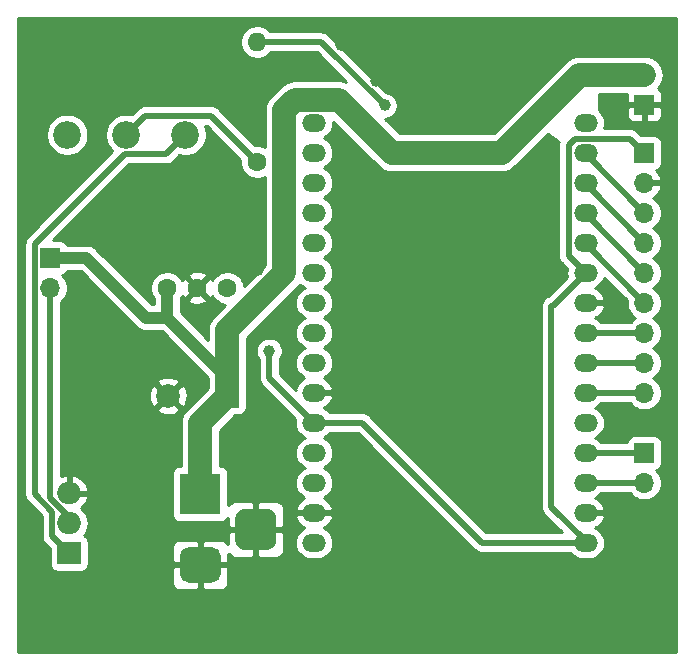
<source format=gbr>
%TF.GenerationSoftware,KiCad,Pcbnew,(5.1.6)-1*%
%TF.CreationDate,2020-11-01T08:40:04-08:00*%
%TF.ProjectId,CentralController,43656e74-7261-46c4-936f-6e74726f6c6c,rev?*%
%TF.SameCoordinates,Original*%
%TF.FileFunction,Copper,L1,Top*%
%TF.FilePolarity,Positive*%
%FSLAX46Y46*%
G04 Gerber Fmt 4.6, Leading zero omitted, Abs format (unit mm)*
G04 Created by KiCad (PCBNEW (5.1.6)-1) date 2020-11-01 08:40:04*
%MOMM*%
%LPD*%
G01*
G04 APERTURE LIST*
%TA.AperFunction,ComponentPad*%
%ADD10R,2.000000X2.000000*%
%TD*%
%TA.AperFunction,ComponentPad*%
%ADD11C,2.000000*%
%TD*%
%TA.AperFunction,ComponentPad*%
%ADD12R,3.500000X3.500000*%
%TD*%
%TA.AperFunction,ComponentPad*%
%ADD13R,1.700000X1.700000*%
%TD*%
%TA.AperFunction,ComponentPad*%
%ADD14O,1.700000X1.700000*%
%TD*%
%TA.AperFunction,ComponentPad*%
%ADD15C,1.600000*%
%TD*%
%TA.AperFunction,ComponentPad*%
%ADD16R,2.000000X1.905000*%
%TD*%
%TA.AperFunction,ComponentPad*%
%ADD17O,2.000000X1.905000*%
%TD*%
%TA.AperFunction,ComponentPad*%
%ADD18O,1.600000X1.600000*%
%TD*%
%TA.AperFunction,ComponentPad*%
%ADD19C,2.340000*%
%TD*%
%TA.AperFunction,ComponentPad*%
%ADD20O,2.000000X1.500000*%
%TD*%
%TA.AperFunction,ViaPad*%
%ADD21C,1.000000*%
%TD*%
%TA.AperFunction,Conductor*%
%ADD22C,1.000000*%
%TD*%
%TA.AperFunction,Conductor*%
%ADD23C,2.000000*%
%TD*%
%TA.AperFunction,Conductor*%
%ADD24C,0.500000*%
%TD*%
%TA.AperFunction,Conductor*%
%ADD25C,0.254000*%
%TD*%
G04 APERTURE END LIST*
D10*
%TO.P,C1,1*%
%TO.N,/15V*%
X103378000Y-91694000D03*
D11*
%TO.P,C1,2*%
%TO.N,/GND*%
X98378000Y-91694000D03*
%TD*%
D12*
%TO.P,J1,1*%
%TO.N,/15V*%
X101092000Y-100000000D03*
%TO.P,J1,2*%
%TO.N,/GND*%
%TA.AperFunction,ComponentPad*%
G36*
G01*
X102092000Y-107500000D02*
X100092000Y-107500000D01*
G75*
G02*
X99342000Y-106750000I0J750000D01*
G01*
X99342000Y-105250000D01*
G75*
G02*
X100092000Y-104500000I750000J0D01*
G01*
X102092000Y-104500000D01*
G75*
G02*
X102842000Y-105250000I0J-750000D01*
G01*
X102842000Y-106750000D01*
G75*
G02*
X102092000Y-107500000I-750000J0D01*
G01*
G37*
%TD.AperFunction*%
%TO.P,J1,3*%
%TA.AperFunction,ComponentPad*%
G36*
G01*
X106667000Y-104750000D02*
X104917000Y-104750000D01*
G75*
G02*
X104042000Y-103875000I0J875000D01*
G01*
X104042000Y-102125000D01*
G75*
G02*
X104917000Y-101250000I875000J0D01*
G01*
X106667000Y-101250000D01*
G75*
G02*
X107542000Y-102125000I0J-875000D01*
G01*
X107542000Y-103875000D01*
G75*
G02*
X106667000Y-104750000I-875000J0D01*
G01*
G37*
%TD.AperFunction*%
%TD*%
D13*
%TO.P,J2,1*%
%TO.N,/RX*%
X138684000Y-96520000D03*
D14*
%TO.P,J2,2*%
%TO.N,/TX*%
X138684000Y-99060000D03*
%TD*%
D13*
%TO.P,J3,1*%
%TO.N,/15V*%
X88392000Y-80010000D03*
D14*
%TO.P,J3,2*%
%TO.N,/SPKR_IN*%
X88392000Y-82550000D03*
%TD*%
D13*
%TO.P,J4,1*%
%TO.N,/3V3*%
X138684000Y-71120000D03*
D14*
%TO.P,J4,2*%
%TO.N,/GND*%
X138684000Y-73660000D03*
%TO.P,J4,3*%
%TO.N,/SER*%
X138684000Y-76200000D03*
%TO.P,J4,4*%
%TO.N,/RCLK*%
X138684000Y-78740000D03*
%TO.P,J4,5*%
%TO.N,/SRCLK*%
X138684000Y-81280000D03*
%TO.P,J4,6*%
%TO.N,/ADDR0*%
X138684000Y-83820000D03*
%TO.P,J4,7*%
%TO.N,/ADDR1*%
X138684000Y-86360000D03*
%TO.P,J4,8*%
%TO.N,/ADDR2*%
X138684000Y-88900000D03*
%TO.P,J4,9*%
%TO.N,/ADDR3*%
X138684000Y-91440000D03*
%TD*%
%TO.P,J5,2*%
%TO.N,/15V*%
X138684000Y-64516000D03*
D13*
%TO.P,J5,1*%
%TO.N,/GND*%
X138684000Y-67056000D03*
%TD*%
D15*
%TO.P,PS1,1*%
%TO.N,/15V*%
X98288000Y-82550000D03*
%TO.P,PS1,2*%
%TO.N,/GND*%
X100838000Y-82550000D03*
%TO.P,PS1,3*%
%TO.N,/3V3*%
X103388000Y-82550000D03*
%TD*%
D16*
%TO.P,Q1,1*%
%TO.N,Net-(Q1-Pad1)*%
X90000000Y-105000000D03*
D17*
%TO.P,Q1,2*%
%TO.N,/SPKR_IN*%
X90000000Y-102460000D03*
%TO.P,Q1,3*%
%TO.N,/GND*%
X90000000Y-99920000D03*
%TD*%
D15*
%TO.P,R1,1*%
%TO.N,Net-(R1-Pad1)*%
X105918000Y-71882000D03*
D18*
%TO.P,R1,2*%
%TO.N,/SPKR_CTRL*%
X105918000Y-61722000D03*
%TD*%
D19*
%TO.P,RV1,3*%
%TO.N,Net-(RV1-Pad3)*%
X89822000Y-69596000D03*
%TO.P,RV1,2*%
%TO.N,Net-(R1-Pad1)*%
X94822000Y-69596000D03*
%TO.P,RV1,1*%
%TO.N,Net-(Q1-Pad1)*%
X99822000Y-69596000D03*
%TD*%
D20*
%TO.P,U1,7*%
%TO.N,/ADDR2*%
X133728000Y-88884000D03*
%TO.P,U1,26*%
%TO.N,/3V3*%
X110728000Y-93964000D03*
%TO.P,U1,4*%
%TO.N,/RX*%
X133728000Y-96504000D03*
%TO.P,U1,13*%
%TO.N,/RCLK*%
X133728000Y-73644000D03*
%TO.P,U1,12*%
%TO.N,/SRCLK*%
X133728000Y-76184000D03*
%TO.P,U1,23*%
%TO.N,Net-(U1-Pad23)*%
X110728000Y-86344000D03*
%TO.P,U1,6*%
%TO.N,/ADDR3*%
X133728000Y-91424000D03*
%TO.P,U1,28*%
%TO.N,Net-(U1-Pad28)*%
X110728000Y-99044000D03*
%TO.P,U1,19*%
%TO.N,Net-(U1-Pad19)*%
X110728000Y-76184000D03*
%TO.P,U1,5*%
%TO.N,Net-(U1-Pad5)*%
X133728000Y-93964000D03*
%TO.P,U1,9*%
%TO.N,/GND*%
X133728000Y-83804000D03*
%TO.P,U1,8*%
%TO.N,/ADDR1*%
X133728000Y-86344000D03*
%TO.P,U1,11*%
%TO.N,/ADDR0*%
X133728000Y-78724000D03*
%TO.P,U1,18*%
%TO.N,Net-(U1-Pad18)*%
X110728000Y-73644000D03*
%TO.P,U1,21*%
%TO.N,Net-(U1-Pad21)*%
X110728000Y-81264000D03*
%TO.P,U1,10*%
%TO.N,/3V3*%
X133728000Y-81264000D03*
%TO.P,U1,1*%
X133728000Y-104124000D03*
%TO.P,U1,20*%
%TO.N,Net-(U1-Pad20)*%
X110728000Y-78724000D03*
%TO.P,U1,22*%
%TO.N,Net-(U1-Pad22)*%
X110728000Y-83804000D03*
%TO.P,U1,25*%
%TO.N,/GND*%
X110728000Y-91424000D03*
%TO.P,U1,27*%
%TO.N,Net-(U1-Pad27)*%
X110728000Y-96504000D03*
%TO.P,U1,14*%
%TO.N,/SER*%
X133728000Y-71104000D03*
%TO.P,U1,2*%
%TO.N,/GND*%
X133728000Y-101584000D03*
%TO.P,U1,15*%
%TO.N,/SPKR_CTRL*%
X133728000Y-68564000D03*
%TO.P,U1,29*%
%TO.N,/GND*%
X110728000Y-101584000D03*
%TO.P,U1,16*%
%TO.N,Net-(U1-Pad16)*%
X110728000Y-68564000D03*
%TO.P,U1,17*%
%TO.N,Net-(U1-Pad17)*%
X110728000Y-71104000D03*
%TO.P,U1,3*%
%TO.N,/TX*%
X133728000Y-99044000D03*
%TO.P,U1,30*%
%TO.N,Net-(U1-Pad30)*%
X110728000Y-104124000D03*
%TO.P,U1,24*%
%TO.N,Net-(U1-Pad24)*%
X110728000Y-88884000D03*
%TD*%
D21*
%TO.N,/GND*%
X116000000Y-78000000D03*
X119000000Y-78000000D03*
X122000000Y-78000000D03*
X125000000Y-78000000D03*
X128000000Y-78000000D03*
X128000000Y-81000000D03*
X125000000Y-81000000D03*
X122000000Y-81000000D03*
X119000000Y-81000000D03*
X116000000Y-81000000D03*
X116000000Y-84000000D03*
X119000000Y-84000000D03*
X122000000Y-84000000D03*
X125000000Y-84000000D03*
X128000000Y-84000000D03*
X128000000Y-87000000D03*
X125000000Y-87000000D03*
X122000000Y-87000000D03*
X119000000Y-87000000D03*
X116000000Y-87000000D03*
X116000000Y-90000000D03*
X119000000Y-90000000D03*
X122000000Y-90000000D03*
X125000000Y-90000000D03*
X128000000Y-90000000D03*
X128000000Y-93000000D03*
X125000000Y-93000000D03*
X122000000Y-93000000D03*
X119000000Y-93000000D03*
X119000000Y-96000000D03*
X122000000Y-96000000D03*
X125000000Y-96000000D03*
X128000000Y-96000000D03*
X128000000Y-99000000D03*
X125000000Y-99000000D03*
X122000000Y-99000000D03*
X125000000Y-102000000D03*
X128000000Y-102000000D03*
X119000000Y-102000000D03*
X116000000Y-102000000D03*
X116000000Y-99000000D03*
X116000000Y-105000000D03*
X119000000Y-105000000D03*
X122000000Y-105000000D03*
X125000000Y-108000000D03*
X122000000Y-108000000D03*
X119000000Y-108000000D03*
X116000000Y-108000000D03*
X128000000Y-108000000D03*
X131000000Y-108000000D03*
X134000000Y-108000000D03*
X137000000Y-108000000D03*
X140000000Y-108000000D03*
X140000000Y-105000000D03*
X137000000Y-105000000D03*
X137000000Y-102000000D03*
X140000000Y-102000000D03*
X140000000Y-111000000D03*
X137000000Y-111000000D03*
X134000000Y-111000000D03*
X131000000Y-111000000D03*
X128000000Y-111000000D03*
X125000000Y-111000000D03*
X122000000Y-111000000D03*
X119000000Y-111000000D03*
X116000000Y-111000000D03*
X113000000Y-111000000D03*
X113000000Y-108000000D03*
X113000000Y-105000000D03*
X113000000Y-102000000D03*
X113000000Y-99000000D03*
X113000000Y-96000000D03*
X113000000Y-90000000D03*
X113000000Y-87000000D03*
X113000000Y-84000000D03*
X113000000Y-81000000D03*
X113000000Y-78000000D03*
X113000000Y-75000000D03*
X116000000Y-75000000D03*
X119000000Y-75000000D03*
X122000000Y-75000000D03*
X125000000Y-75000000D03*
X128000000Y-75000000D03*
X106000000Y-75000000D03*
X106000000Y-78000000D03*
X106000000Y-81000000D03*
X103000000Y-78000000D03*
X100000000Y-78000000D03*
X100000000Y-75000000D03*
X103000000Y-75000000D03*
X97000000Y-75000000D03*
X97000000Y-78000000D03*
X94000000Y-78000000D03*
X94000000Y-75000000D03*
X100000000Y-72000000D03*
X103000000Y-72000000D03*
X106000000Y-96000000D03*
X106000000Y-93000000D03*
X106000000Y-99000000D03*
X110000000Y-111000000D03*
X110000000Y-108000000D03*
X107000000Y-108000000D03*
X107000000Y-111000000D03*
X104000000Y-111000000D03*
X101000000Y-111000000D03*
X98000000Y-111000000D03*
X95000000Y-111000000D03*
X92000000Y-111000000D03*
X89000000Y-111000000D03*
X89000000Y-108000000D03*
X92000000Y-108000000D03*
X95000000Y-108000000D03*
X98000000Y-108000000D03*
X98000000Y-105000000D03*
X95000000Y-105000000D03*
X95000000Y-102000000D03*
X98000000Y-102000000D03*
X98000000Y-99000000D03*
X95000000Y-99000000D03*
X92000000Y-99000000D03*
X92000000Y-96000000D03*
X95000000Y-96000000D03*
X98000000Y-96000000D03*
X95000000Y-93000000D03*
X92000000Y-93000000D03*
X92000000Y-90000000D03*
X95000000Y-90000000D03*
X95000000Y-87000000D03*
X92000000Y-87000000D03*
X92000000Y-84000000D03*
X125000000Y-68000000D03*
X136000000Y-67000000D03*
X122000000Y-68000000D03*
X119000000Y-68000000D03*
X119000000Y-65000000D03*
X122000000Y-65000000D03*
X125000000Y-65000000D03*
X128000000Y-65000000D03*
X128000000Y-62000000D03*
X125000000Y-62000000D03*
X122000000Y-62000000D03*
X119000000Y-62000000D03*
X116000000Y-62000000D03*
X116000000Y-65000000D03*
X113000000Y-62000000D03*
X131000000Y-62000000D03*
X134000000Y-62000000D03*
X137000000Y-62000000D03*
X103000000Y-65000000D03*
X106000000Y-65000000D03*
X106000000Y-68000000D03*
X109000000Y-64000000D03*
X103000000Y-62000000D03*
X100000000Y-62000000D03*
X100000000Y-65000000D03*
X97000000Y-65000000D03*
X97000000Y-62000000D03*
X94000000Y-62000000D03*
X94000000Y-65000000D03*
X91000000Y-65000000D03*
X91000000Y-62000000D03*
X88000000Y-62000000D03*
X88000000Y-65000000D03*
X88000000Y-73000000D03*
X91000000Y-73000000D03*
X136000000Y-84000000D03*
%TO.N,/3V3*%
X106934000Y-87884000D03*
%TO.N,/SPKR_CTRL*%
X116693998Y-67100000D03*
%TD*%
D22*
%TO.N,/15V*%
X103378000Y-91694000D02*
X103378000Y-90170000D01*
X98288000Y-85080000D02*
X98288000Y-82550000D01*
X103378000Y-90170000D02*
X98288000Y-85080000D01*
X98288000Y-85080000D02*
X96510000Y-85080000D01*
X91440000Y-80010000D02*
X88392000Y-80010000D01*
X96510000Y-85080000D02*
X91440000Y-80010000D01*
D23*
X103378000Y-86138002D02*
X108200000Y-81316002D01*
X103378000Y-91694000D02*
X103378000Y-86138002D01*
X108200000Y-81316002D02*
X108200000Y-67500000D01*
X112823368Y-66613990D02*
X117309378Y-71100000D01*
X108200000Y-67500000D02*
X109086010Y-66613990D01*
X109086010Y-66613990D02*
X112823368Y-66613990D01*
X117309378Y-71100000D02*
X126600000Y-71100000D01*
X133184000Y-64516000D02*
X138684000Y-64516000D01*
X126600000Y-71100000D02*
X133184000Y-64516000D01*
X101092000Y-93980000D02*
X103378000Y-91694000D01*
X101092000Y-100000000D02*
X101092000Y-93980000D01*
D24*
%TO.N,/RX*%
X133744000Y-96520000D02*
X133728000Y-96504000D01*
X138684000Y-96520000D02*
X133744000Y-96520000D01*
%TO.N,/TX*%
X133744000Y-99060000D02*
X133728000Y-99044000D01*
X138684000Y-99060000D02*
X133744000Y-99060000D01*
%TO.N,/SPKR_IN*%
X90000000Y-101950948D02*
X90000000Y-102460000D01*
X88392000Y-100342948D02*
X90000000Y-101950948D01*
X88392000Y-82550000D02*
X88392000Y-100342948D01*
%TO.N,/3V3*%
X133728000Y-104124000D02*
X124952000Y-104124000D01*
X114792000Y-93964000D02*
X110728000Y-93964000D01*
X124952000Y-104124000D02*
X114792000Y-93964000D01*
X130810000Y-84074000D02*
X130918000Y-84074000D01*
X130918000Y-84074000D02*
X133728000Y-81264000D01*
X130810000Y-101092000D02*
X130810000Y-84074000D01*
X133728000Y-104124000D02*
X133728000Y-104010000D01*
X133728000Y-104010000D02*
X130810000Y-101092000D01*
X137467990Y-69903990D02*
X138684000Y-71120000D01*
X132277990Y-70466960D02*
X132840960Y-69903990D01*
X132277990Y-79813990D02*
X132277990Y-70466960D01*
X132840960Y-69903990D02*
X137467990Y-69903990D01*
X133728000Y-81264000D02*
X132277990Y-79813990D01*
X110728000Y-93964000D02*
X106934000Y-90170000D01*
X106934000Y-90170000D02*
X106934000Y-87884000D01*
X106934000Y-87884000D02*
X106934000Y-87884000D01*
%TO.N,/SER*%
X133728000Y-71244000D02*
X133728000Y-71104000D01*
X138684000Y-76200000D02*
X133728000Y-71244000D01*
%TO.N,/RCLK*%
X133728000Y-73784000D02*
X133728000Y-73644000D01*
X138684000Y-78740000D02*
X133728000Y-73784000D01*
%TO.N,/SRCLK*%
X133728000Y-76324000D02*
X133728000Y-76184000D01*
X138684000Y-81280000D02*
X133728000Y-76324000D01*
%TO.N,/ADDR0*%
X133728000Y-78864000D02*
X138684000Y-83820000D01*
X133728000Y-78724000D02*
X133728000Y-78864000D01*
%TO.N,/ADDR1*%
X133744000Y-86360000D02*
X133728000Y-86344000D01*
X138684000Y-86360000D02*
X133744000Y-86360000D01*
%TO.N,/ADDR2*%
X133744000Y-88900000D02*
X133728000Y-88884000D01*
X138684000Y-88900000D02*
X133744000Y-88900000D01*
%TO.N,/ADDR3*%
X133744000Y-91440000D02*
X133728000Y-91424000D01*
X138684000Y-91440000D02*
X133744000Y-91440000D01*
%TO.N,Net-(Q1-Pad1)*%
X98201999Y-71216001D02*
X99822000Y-69596000D01*
X94675997Y-71216001D02*
X98201999Y-71216001D01*
X87091999Y-78799999D02*
X94675997Y-71216001D01*
X87091999Y-100032909D02*
X87091999Y-78799999D01*
X88549990Y-101490900D02*
X87091999Y-100032909D01*
X88549990Y-103549990D02*
X88549990Y-101490900D01*
X90000000Y-105000000D02*
X88549990Y-103549990D01*
%TO.N,Net-(R1-Pad1)*%
X102011999Y-67975999D02*
X105918000Y-71882000D01*
X96442001Y-67975999D02*
X102011999Y-67975999D01*
X94822000Y-69596000D02*
X96442001Y-67975999D01*
%TO.N,/SPKR_CTRL*%
X111315998Y-61722000D02*
X116693998Y-67100000D01*
X105918000Y-61722000D02*
X111315998Y-61722000D01*
X116693998Y-67100000D02*
X116693998Y-67100000D01*
%TD*%
D25*
%TO.N,/GND*%
G36*
X141340001Y-61967572D02*
G01*
X141340000Y-61967582D01*
X141340001Y-113340000D01*
X85660000Y-113340000D01*
X85660000Y-107500000D01*
X98703928Y-107500000D01*
X98716188Y-107624482D01*
X98752498Y-107744180D01*
X98811463Y-107854494D01*
X98890815Y-107951185D01*
X98987506Y-108030537D01*
X99097820Y-108089502D01*
X99217518Y-108125812D01*
X99342000Y-108138072D01*
X100806250Y-108135000D01*
X100965000Y-107976250D01*
X100965000Y-106127000D01*
X101219000Y-106127000D01*
X101219000Y-107976250D01*
X101377750Y-108135000D01*
X102842000Y-108138072D01*
X102966482Y-108125812D01*
X103086180Y-108089502D01*
X103196494Y-108030537D01*
X103293185Y-107951185D01*
X103372537Y-107854494D01*
X103431502Y-107744180D01*
X103467812Y-107624482D01*
X103480072Y-107500000D01*
X103477000Y-106285750D01*
X103318250Y-106127000D01*
X101219000Y-106127000D01*
X100965000Y-106127000D01*
X98865750Y-106127000D01*
X98707000Y-106285750D01*
X98703928Y-107500000D01*
X85660000Y-107500000D01*
X85660000Y-78799999D01*
X86202718Y-78799999D01*
X86207000Y-78843478D01*
X86206999Y-99989440D01*
X86202718Y-100032909D01*
X86206999Y-100076378D01*
X86206999Y-100076385D01*
X86219804Y-100206398D01*
X86270410Y-100373221D01*
X86352588Y-100526967D01*
X86463182Y-100661726D01*
X86496955Y-100689443D01*
X87664991Y-101857480D01*
X87664990Y-103506521D01*
X87660709Y-103549990D01*
X87664990Y-103593459D01*
X87664990Y-103593466D01*
X87677795Y-103723479D01*
X87728401Y-103890302D01*
X87810579Y-104044048D01*
X87921173Y-104178807D01*
X87954946Y-104206524D01*
X88361928Y-104613506D01*
X88361928Y-105952500D01*
X88374188Y-106076982D01*
X88410498Y-106196680D01*
X88469463Y-106306994D01*
X88548815Y-106403685D01*
X88645506Y-106483037D01*
X88755820Y-106542002D01*
X88875518Y-106578312D01*
X89000000Y-106590572D01*
X91000000Y-106590572D01*
X91124482Y-106578312D01*
X91244180Y-106542002D01*
X91354494Y-106483037D01*
X91451185Y-106403685D01*
X91530537Y-106306994D01*
X91589502Y-106196680D01*
X91625812Y-106076982D01*
X91638072Y-105952500D01*
X91638072Y-104500000D01*
X98703928Y-104500000D01*
X98707000Y-105714250D01*
X98865750Y-105873000D01*
X100965000Y-105873000D01*
X100965000Y-104023750D01*
X101219000Y-104023750D01*
X101219000Y-105873000D01*
X103318250Y-105873000D01*
X103477000Y-105714250D01*
X103478698Y-105043195D01*
X103511463Y-105104494D01*
X103590815Y-105201185D01*
X103687506Y-105280537D01*
X103797820Y-105339502D01*
X103917518Y-105375812D01*
X104042000Y-105388072D01*
X105506250Y-105385000D01*
X105665000Y-105226250D01*
X105665000Y-103127000D01*
X105919000Y-103127000D01*
X105919000Y-105226250D01*
X106077750Y-105385000D01*
X107542000Y-105388072D01*
X107666482Y-105375812D01*
X107786180Y-105339502D01*
X107896494Y-105280537D01*
X107993185Y-105201185D01*
X108072537Y-105104494D01*
X108131502Y-104994180D01*
X108167812Y-104874482D01*
X108180072Y-104750000D01*
X108178759Y-104124000D01*
X109086299Y-104124000D01*
X109113040Y-104395507D01*
X109192236Y-104656581D01*
X109320843Y-104897188D01*
X109493919Y-105108081D01*
X109704812Y-105281157D01*
X109945419Y-105409764D01*
X110206493Y-105488960D01*
X110409963Y-105509000D01*
X111046037Y-105509000D01*
X111249507Y-105488960D01*
X111510581Y-105409764D01*
X111751188Y-105281157D01*
X111962081Y-105108081D01*
X112135157Y-104897188D01*
X112263764Y-104656581D01*
X112342960Y-104395507D01*
X112369701Y-104124000D01*
X112342960Y-103852493D01*
X112263764Y-103591419D01*
X112135157Y-103350812D01*
X111962081Y-103139919D01*
X111751188Y-102966843D01*
X111542972Y-102855549D01*
X111599724Y-102833968D01*
X111831634Y-102688658D01*
X112030740Y-102500897D01*
X112189390Y-102277900D01*
X112301487Y-102028236D01*
X112320318Y-101925185D01*
X112197656Y-101711000D01*
X110855000Y-101711000D01*
X110855000Y-101731000D01*
X110601000Y-101731000D01*
X110601000Y-101711000D01*
X109258344Y-101711000D01*
X109135682Y-101925185D01*
X109154513Y-102028236D01*
X109266610Y-102277900D01*
X109425260Y-102500897D01*
X109624366Y-102688658D01*
X109856276Y-102833968D01*
X109913028Y-102855549D01*
X109704812Y-102966843D01*
X109493919Y-103139919D01*
X109320843Y-103350812D01*
X109192236Y-103591419D01*
X109113040Y-103852493D01*
X109086299Y-104124000D01*
X108178759Y-104124000D01*
X108177000Y-103285750D01*
X108018250Y-103127000D01*
X105919000Y-103127000D01*
X105665000Y-103127000D01*
X103565750Y-103127000D01*
X103407000Y-103285750D01*
X103405069Y-104206367D01*
X103372537Y-104145506D01*
X103293185Y-104048815D01*
X103196494Y-103969463D01*
X103086180Y-103910498D01*
X102966482Y-103874188D01*
X102842000Y-103861928D01*
X101377750Y-103865000D01*
X101219000Y-104023750D01*
X100965000Y-104023750D01*
X100806250Y-103865000D01*
X99342000Y-103861928D01*
X99217518Y-103874188D01*
X99097820Y-103910498D01*
X98987506Y-103969463D01*
X98890815Y-104048815D01*
X98811463Y-104145506D01*
X98752498Y-104255820D01*
X98716188Y-104375518D01*
X98703928Y-104500000D01*
X91638072Y-104500000D01*
X91638072Y-104047500D01*
X91625812Y-103923018D01*
X91589502Y-103803320D01*
X91530537Y-103693006D01*
X91451185Y-103596315D01*
X91354494Y-103516963D01*
X91270554Y-103472095D01*
X91373845Y-103346235D01*
X91521255Y-103070449D01*
X91612030Y-102771204D01*
X91642681Y-102460000D01*
X91612030Y-102148796D01*
X91521255Y-101849551D01*
X91373845Y-101573765D01*
X91175463Y-101332037D01*
X90996101Y-101184837D01*
X91181315Y-101029437D01*
X91375969Y-100786923D01*
X91519571Y-100511094D01*
X91590563Y-100292980D01*
X91470594Y-100047000D01*
X90127000Y-100047000D01*
X90127000Y-100067000D01*
X89873000Y-100067000D01*
X89873000Y-100047000D01*
X89853000Y-100047000D01*
X89853000Y-99793000D01*
X89873000Y-99793000D01*
X89873000Y-98494430D01*
X90127000Y-98494430D01*
X90127000Y-99793000D01*
X91470594Y-99793000D01*
X91590563Y-99547020D01*
X91519571Y-99328906D01*
X91375969Y-99053077D01*
X91181315Y-98810563D01*
X90943089Y-98610684D01*
X90670446Y-98461121D01*
X90373863Y-98367622D01*
X90127000Y-98494430D01*
X89873000Y-98494430D01*
X89626137Y-98367622D01*
X89329554Y-98461121D01*
X89277000Y-98489950D01*
X89277000Y-92829413D01*
X97422192Y-92829413D01*
X97517956Y-93093814D01*
X97807571Y-93234704D01*
X98119108Y-93316384D01*
X98440595Y-93335718D01*
X98759675Y-93291961D01*
X99064088Y-93186795D01*
X99238044Y-93093814D01*
X99333808Y-92829413D01*
X98378000Y-91873605D01*
X97422192Y-92829413D01*
X89277000Y-92829413D01*
X89277000Y-91756595D01*
X96736282Y-91756595D01*
X96780039Y-92075675D01*
X96885205Y-92380088D01*
X96978186Y-92554044D01*
X97242587Y-92649808D01*
X98198395Y-91694000D01*
X98557605Y-91694000D01*
X99513413Y-92649808D01*
X99777814Y-92554044D01*
X99918704Y-92264429D01*
X100000384Y-91952892D01*
X100019718Y-91631405D01*
X99975961Y-91312325D01*
X99870795Y-91007912D01*
X99777814Y-90833956D01*
X99513413Y-90738192D01*
X98557605Y-91694000D01*
X98198395Y-91694000D01*
X97242587Y-90738192D01*
X96978186Y-90833956D01*
X96837296Y-91123571D01*
X96755616Y-91435108D01*
X96736282Y-91756595D01*
X89277000Y-91756595D01*
X89277000Y-90558587D01*
X97422192Y-90558587D01*
X98378000Y-91514395D01*
X99333808Y-90558587D01*
X99238044Y-90294186D01*
X98948429Y-90153296D01*
X98636892Y-90071616D01*
X98315405Y-90052282D01*
X97996325Y-90096039D01*
X97691912Y-90201205D01*
X97517956Y-90294186D01*
X97422192Y-90558587D01*
X89277000Y-90558587D01*
X89277000Y-83744656D01*
X89338632Y-83703475D01*
X89545475Y-83496632D01*
X89707990Y-83253411D01*
X89819932Y-82983158D01*
X89877000Y-82696260D01*
X89877000Y-82403740D01*
X89819932Y-82116842D01*
X89707990Y-81846589D01*
X89545475Y-81603368D01*
X89413620Y-81471513D01*
X89486180Y-81449502D01*
X89596494Y-81390537D01*
X89693185Y-81311185D01*
X89772537Y-81214494D01*
X89809683Y-81145000D01*
X90969869Y-81145000D01*
X95668009Y-85843141D01*
X95703551Y-85886449D01*
X95846406Y-86003687D01*
X95876377Y-86028284D01*
X96073553Y-86133676D01*
X96287501Y-86198577D01*
X96510000Y-86220491D01*
X96565752Y-86215000D01*
X97817869Y-86215000D01*
X101743000Y-90140132D01*
X101743000Y-90662806D01*
X101739928Y-90694000D01*
X101739928Y-91019833D01*
X99992682Y-92767080D01*
X99930287Y-92818286D01*
X99831893Y-92938180D01*
X99725970Y-93067248D01*
X99574148Y-93351286D01*
X99480658Y-93659484D01*
X99449089Y-93980000D01*
X99457001Y-94060329D01*
X99457000Y-97611928D01*
X99342000Y-97611928D01*
X99217518Y-97624188D01*
X99097820Y-97660498D01*
X98987506Y-97719463D01*
X98890815Y-97798815D01*
X98811463Y-97895506D01*
X98752498Y-98005820D01*
X98716188Y-98125518D01*
X98703928Y-98250000D01*
X98703928Y-101750000D01*
X98716188Y-101874482D01*
X98752498Y-101994180D01*
X98811463Y-102104494D01*
X98890815Y-102201185D01*
X98987506Y-102280537D01*
X99097820Y-102339502D01*
X99217518Y-102375812D01*
X99342000Y-102388072D01*
X102842000Y-102388072D01*
X102966482Y-102375812D01*
X103086180Y-102339502D01*
X103196494Y-102280537D01*
X103293185Y-102201185D01*
X103372537Y-102104494D01*
X103405591Y-102042655D01*
X103407000Y-102714250D01*
X103565750Y-102873000D01*
X105665000Y-102873000D01*
X105665000Y-100773750D01*
X105919000Y-100773750D01*
X105919000Y-102873000D01*
X108018250Y-102873000D01*
X108177000Y-102714250D01*
X108180072Y-101250000D01*
X108167812Y-101125518D01*
X108131502Y-101005820D01*
X108072537Y-100895506D01*
X107993185Y-100798815D01*
X107896494Y-100719463D01*
X107786180Y-100660498D01*
X107666482Y-100624188D01*
X107542000Y-100611928D01*
X106077750Y-100615000D01*
X105919000Y-100773750D01*
X105665000Y-100773750D01*
X105506250Y-100615000D01*
X104042000Y-100611928D01*
X103917518Y-100624188D01*
X103797820Y-100660498D01*
X103687506Y-100719463D01*
X103590815Y-100798815D01*
X103511463Y-100895506D01*
X103480072Y-100954233D01*
X103480072Y-98250000D01*
X103467812Y-98125518D01*
X103431502Y-98005820D01*
X103372537Y-97895506D01*
X103293185Y-97798815D01*
X103196494Y-97719463D01*
X103086180Y-97660498D01*
X102966482Y-97624188D01*
X102842000Y-97611928D01*
X102727000Y-97611928D01*
X102727000Y-94657238D01*
X104052167Y-93332072D01*
X104378000Y-93332072D01*
X104502482Y-93319812D01*
X104622180Y-93283502D01*
X104732494Y-93224537D01*
X104829185Y-93145185D01*
X104908537Y-93048494D01*
X104967502Y-92938180D01*
X105003812Y-92818482D01*
X105016072Y-92694000D01*
X105016072Y-91743131D01*
X105020911Y-91694001D01*
X105016072Y-91644871D01*
X105016072Y-90694000D01*
X105013000Y-90662808D01*
X105013000Y-86815240D01*
X109299320Y-82528921D01*
X109361714Y-82477716D01*
X109527531Y-82275666D01*
X109704812Y-82421157D01*
X109915927Y-82534000D01*
X109704812Y-82646843D01*
X109493919Y-82819919D01*
X109320843Y-83030812D01*
X109192236Y-83271419D01*
X109113040Y-83532493D01*
X109086299Y-83804000D01*
X109113040Y-84075507D01*
X109192236Y-84336581D01*
X109320843Y-84577188D01*
X109493919Y-84788081D01*
X109704812Y-84961157D01*
X109915927Y-85074000D01*
X109704812Y-85186843D01*
X109493919Y-85359919D01*
X109320843Y-85570812D01*
X109192236Y-85811419D01*
X109113040Y-86072493D01*
X109086299Y-86344000D01*
X109113040Y-86615507D01*
X109192236Y-86876581D01*
X109320843Y-87117188D01*
X109493919Y-87328081D01*
X109704812Y-87501157D01*
X109915927Y-87614000D01*
X109704812Y-87726843D01*
X109493919Y-87899919D01*
X109320843Y-88110812D01*
X109192236Y-88351419D01*
X109113040Y-88612493D01*
X109086299Y-88884000D01*
X109113040Y-89155507D01*
X109192236Y-89416581D01*
X109320843Y-89657188D01*
X109493919Y-89868081D01*
X109704812Y-90041157D01*
X109913028Y-90152451D01*
X109856276Y-90174032D01*
X109624366Y-90319342D01*
X109425260Y-90507103D01*
X109266610Y-90730100D01*
X109154513Y-90979764D01*
X109135682Y-91082815D01*
X109185657Y-91170079D01*
X107819000Y-89803422D01*
X107819000Y-88602450D01*
X107939824Y-88421624D01*
X108025383Y-88215067D01*
X108069000Y-87995788D01*
X108069000Y-87772212D01*
X108025383Y-87552933D01*
X107939824Y-87346376D01*
X107815612Y-87160480D01*
X107657520Y-87002388D01*
X107471624Y-86878176D01*
X107265067Y-86792617D01*
X107045788Y-86749000D01*
X106822212Y-86749000D01*
X106602933Y-86792617D01*
X106396376Y-86878176D01*
X106210480Y-87002388D01*
X106052388Y-87160480D01*
X105928176Y-87346376D01*
X105842617Y-87552933D01*
X105799000Y-87772212D01*
X105799000Y-87995788D01*
X105842617Y-88215067D01*
X105928176Y-88421624D01*
X106049001Y-88602451D01*
X106049000Y-90126531D01*
X106044719Y-90170000D01*
X106049000Y-90213469D01*
X106049000Y-90213476D01*
X106061805Y-90343489D01*
X106112411Y-90510312D01*
X106194589Y-90664058D01*
X106305183Y-90798817D01*
X106338956Y-90826534D01*
X109134423Y-93622002D01*
X109113040Y-93692493D01*
X109086299Y-93964000D01*
X109113040Y-94235507D01*
X109192236Y-94496581D01*
X109320843Y-94737188D01*
X109493919Y-94948081D01*
X109704812Y-95121157D01*
X109915927Y-95234000D01*
X109704812Y-95346843D01*
X109493919Y-95519919D01*
X109320843Y-95730812D01*
X109192236Y-95971419D01*
X109113040Y-96232493D01*
X109086299Y-96504000D01*
X109113040Y-96775507D01*
X109192236Y-97036581D01*
X109320843Y-97277188D01*
X109493919Y-97488081D01*
X109704812Y-97661157D01*
X109915927Y-97774000D01*
X109704812Y-97886843D01*
X109493919Y-98059919D01*
X109320843Y-98270812D01*
X109192236Y-98511419D01*
X109113040Y-98772493D01*
X109086299Y-99044000D01*
X109113040Y-99315507D01*
X109192236Y-99576581D01*
X109320843Y-99817188D01*
X109493919Y-100028081D01*
X109704812Y-100201157D01*
X109913028Y-100312451D01*
X109856276Y-100334032D01*
X109624366Y-100479342D01*
X109425260Y-100667103D01*
X109266610Y-100890100D01*
X109154513Y-101139764D01*
X109135682Y-101242815D01*
X109258344Y-101457000D01*
X110601000Y-101457000D01*
X110601000Y-101437000D01*
X110855000Y-101437000D01*
X110855000Y-101457000D01*
X112197656Y-101457000D01*
X112320318Y-101242815D01*
X112301487Y-101139764D01*
X112189390Y-100890100D01*
X112030740Y-100667103D01*
X111831634Y-100479342D01*
X111599724Y-100334032D01*
X111542972Y-100312451D01*
X111751188Y-100201157D01*
X111962081Y-100028081D01*
X112135157Y-99817188D01*
X112263764Y-99576581D01*
X112342960Y-99315507D01*
X112369701Y-99044000D01*
X112342960Y-98772493D01*
X112263764Y-98511419D01*
X112135157Y-98270812D01*
X111962081Y-98059919D01*
X111751188Y-97886843D01*
X111540073Y-97774000D01*
X111751188Y-97661157D01*
X111962081Y-97488081D01*
X112135157Y-97277188D01*
X112263764Y-97036581D01*
X112342960Y-96775507D01*
X112369701Y-96504000D01*
X112342960Y-96232493D01*
X112263764Y-95971419D01*
X112135157Y-95730812D01*
X111962081Y-95519919D01*
X111751188Y-95346843D01*
X111540073Y-95234000D01*
X111751188Y-95121157D01*
X111962081Y-94948081D01*
X112043395Y-94849000D01*
X114425422Y-94849000D01*
X124295470Y-104719049D01*
X124323183Y-104752817D01*
X124356951Y-104780530D01*
X124356953Y-104780532D01*
X124412977Y-104826510D01*
X124457941Y-104863411D01*
X124611687Y-104945589D01*
X124778510Y-104996195D01*
X124908523Y-105009000D01*
X124908531Y-105009000D01*
X124952000Y-105013281D01*
X124995469Y-105009000D01*
X132412605Y-105009000D01*
X132493919Y-105108081D01*
X132704812Y-105281157D01*
X132945419Y-105409764D01*
X133206493Y-105488960D01*
X133409963Y-105509000D01*
X134046037Y-105509000D01*
X134249507Y-105488960D01*
X134510581Y-105409764D01*
X134751188Y-105281157D01*
X134962081Y-105108081D01*
X135135157Y-104897188D01*
X135263764Y-104656581D01*
X135342960Y-104395507D01*
X135369701Y-104124000D01*
X135342960Y-103852493D01*
X135263764Y-103591419D01*
X135135157Y-103350812D01*
X134962081Y-103139919D01*
X134751188Y-102966843D01*
X134542972Y-102855549D01*
X134599724Y-102833968D01*
X134831634Y-102688658D01*
X135030740Y-102500897D01*
X135189390Y-102277900D01*
X135301487Y-102028236D01*
X135320318Y-101925185D01*
X135197656Y-101711000D01*
X133855000Y-101711000D01*
X133855000Y-101731000D01*
X133601000Y-101731000D01*
X133601000Y-101711000D01*
X133581000Y-101711000D01*
X133581000Y-101457000D01*
X133601000Y-101457000D01*
X133601000Y-101437000D01*
X133855000Y-101437000D01*
X133855000Y-101457000D01*
X135197656Y-101457000D01*
X135320318Y-101242815D01*
X135301487Y-101139764D01*
X135189390Y-100890100D01*
X135030740Y-100667103D01*
X134831634Y-100479342D01*
X134599724Y-100334032D01*
X134542972Y-100312451D01*
X134751188Y-100201157D01*
X134962081Y-100028081D01*
X135030264Y-99945000D01*
X137489344Y-99945000D01*
X137530525Y-100006632D01*
X137737368Y-100213475D01*
X137980589Y-100375990D01*
X138250842Y-100487932D01*
X138537740Y-100545000D01*
X138830260Y-100545000D01*
X139117158Y-100487932D01*
X139387411Y-100375990D01*
X139630632Y-100213475D01*
X139837475Y-100006632D01*
X139999990Y-99763411D01*
X140111932Y-99493158D01*
X140169000Y-99206260D01*
X140169000Y-98913740D01*
X140111932Y-98626842D01*
X139999990Y-98356589D01*
X139837475Y-98113368D01*
X139705620Y-97981513D01*
X139778180Y-97959502D01*
X139888494Y-97900537D01*
X139985185Y-97821185D01*
X140064537Y-97724494D01*
X140123502Y-97614180D01*
X140159812Y-97494482D01*
X140172072Y-97370000D01*
X140172072Y-95670000D01*
X140159812Y-95545518D01*
X140123502Y-95425820D01*
X140064537Y-95315506D01*
X139985185Y-95218815D01*
X139888494Y-95139463D01*
X139778180Y-95080498D01*
X139658482Y-95044188D01*
X139534000Y-95031928D01*
X137834000Y-95031928D01*
X137709518Y-95044188D01*
X137589820Y-95080498D01*
X137479506Y-95139463D01*
X137382815Y-95218815D01*
X137303463Y-95315506D01*
X137244498Y-95425820D01*
X137208188Y-95545518D01*
X137199375Y-95635000D01*
X135056526Y-95635000D01*
X134962081Y-95519919D01*
X134751188Y-95346843D01*
X134540073Y-95234000D01*
X134751188Y-95121157D01*
X134962081Y-94948081D01*
X135135157Y-94737188D01*
X135263764Y-94496581D01*
X135342960Y-94235507D01*
X135369701Y-93964000D01*
X135342960Y-93692493D01*
X135263764Y-93431419D01*
X135135157Y-93190812D01*
X134962081Y-92979919D01*
X134751188Y-92806843D01*
X134540073Y-92694000D01*
X134751188Y-92581157D01*
X134962081Y-92408081D01*
X135030264Y-92325000D01*
X137489344Y-92325000D01*
X137530525Y-92386632D01*
X137737368Y-92593475D01*
X137980589Y-92755990D01*
X138250842Y-92867932D01*
X138537740Y-92925000D01*
X138830260Y-92925000D01*
X139117158Y-92867932D01*
X139387411Y-92755990D01*
X139630632Y-92593475D01*
X139837475Y-92386632D01*
X139999990Y-92143411D01*
X140111932Y-91873158D01*
X140169000Y-91586260D01*
X140169000Y-91293740D01*
X140111932Y-91006842D01*
X139999990Y-90736589D01*
X139837475Y-90493368D01*
X139630632Y-90286525D01*
X139456240Y-90170000D01*
X139630632Y-90053475D01*
X139837475Y-89846632D01*
X139999990Y-89603411D01*
X140111932Y-89333158D01*
X140169000Y-89046260D01*
X140169000Y-88753740D01*
X140111932Y-88466842D01*
X139999990Y-88196589D01*
X139837475Y-87953368D01*
X139630632Y-87746525D01*
X139456240Y-87630000D01*
X139630632Y-87513475D01*
X139837475Y-87306632D01*
X139999990Y-87063411D01*
X140111932Y-86793158D01*
X140169000Y-86506260D01*
X140169000Y-86213740D01*
X140111932Y-85926842D01*
X139999990Y-85656589D01*
X139837475Y-85413368D01*
X139630632Y-85206525D01*
X139456240Y-85090000D01*
X139630632Y-84973475D01*
X139837475Y-84766632D01*
X139999990Y-84523411D01*
X140111932Y-84253158D01*
X140169000Y-83966260D01*
X140169000Y-83673740D01*
X140111932Y-83386842D01*
X139999990Y-83116589D01*
X139837475Y-82873368D01*
X139630632Y-82666525D01*
X139456240Y-82550000D01*
X139630632Y-82433475D01*
X139837475Y-82226632D01*
X139999990Y-81983411D01*
X140111932Y-81713158D01*
X140169000Y-81426260D01*
X140169000Y-81133740D01*
X140111932Y-80846842D01*
X139999990Y-80576589D01*
X139837475Y-80333368D01*
X139630632Y-80126525D01*
X139456240Y-80010000D01*
X139630632Y-79893475D01*
X139837475Y-79686632D01*
X139999990Y-79443411D01*
X140111932Y-79173158D01*
X140169000Y-78886260D01*
X140169000Y-78593740D01*
X140111932Y-78306842D01*
X139999990Y-78036589D01*
X139837475Y-77793368D01*
X139630632Y-77586525D01*
X139456240Y-77470000D01*
X139630632Y-77353475D01*
X139837475Y-77146632D01*
X139999990Y-76903411D01*
X140111932Y-76633158D01*
X140169000Y-76346260D01*
X140169000Y-76053740D01*
X140111932Y-75766842D01*
X139999990Y-75496589D01*
X139837475Y-75253368D01*
X139630632Y-75046525D01*
X139448466Y-74924805D01*
X139565355Y-74855178D01*
X139781588Y-74660269D01*
X139955641Y-74426920D01*
X140080825Y-74164099D01*
X140125476Y-74016890D01*
X140004155Y-73787000D01*
X138811000Y-73787000D01*
X138811000Y-73807000D01*
X138557000Y-73807000D01*
X138557000Y-73787000D01*
X138537000Y-73787000D01*
X138537000Y-73533000D01*
X138557000Y-73533000D01*
X138557000Y-73513000D01*
X138811000Y-73513000D01*
X138811000Y-73533000D01*
X140004155Y-73533000D01*
X140125476Y-73303110D01*
X140080825Y-73155901D01*
X139955641Y-72893080D01*
X139781588Y-72659731D01*
X139697534Y-72583966D01*
X139778180Y-72559502D01*
X139888494Y-72500537D01*
X139985185Y-72421185D01*
X140064537Y-72324494D01*
X140123502Y-72214180D01*
X140159812Y-72094482D01*
X140172072Y-71970000D01*
X140172072Y-70270000D01*
X140159812Y-70145518D01*
X140123502Y-70025820D01*
X140064537Y-69915506D01*
X139985185Y-69818815D01*
X139888494Y-69739463D01*
X139778180Y-69680498D01*
X139658482Y-69644188D01*
X139534000Y-69631928D01*
X138447506Y-69631928D01*
X138124524Y-69308946D01*
X138096807Y-69275173D01*
X137962049Y-69164579D01*
X137808303Y-69082401D01*
X137641480Y-69031795D01*
X137511467Y-69018990D01*
X137511459Y-69018990D01*
X137467990Y-69014709D01*
X137424521Y-69018990D01*
X135287301Y-69018990D01*
X135342960Y-68835507D01*
X135369701Y-68564000D01*
X135342960Y-68292493D01*
X135263764Y-68031419D01*
X135196727Y-67906000D01*
X137195928Y-67906000D01*
X137208188Y-68030482D01*
X137244498Y-68150180D01*
X137303463Y-68260494D01*
X137382815Y-68357185D01*
X137479506Y-68436537D01*
X137589820Y-68495502D01*
X137709518Y-68531812D01*
X137834000Y-68544072D01*
X138398250Y-68541000D01*
X138557000Y-68382250D01*
X138557000Y-67183000D01*
X138811000Y-67183000D01*
X138811000Y-68382250D01*
X138969750Y-68541000D01*
X139534000Y-68544072D01*
X139658482Y-68531812D01*
X139778180Y-68495502D01*
X139888494Y-68436537D01*
X139985185Y-68357185D01*
X140064537Y-68260494D01*
X140123502Y-68150180D01*
X140159812Y-68030482D01*
X140172072Y-67906000D01*
X140169000Y-67341750D01*
X140010250Y-67183000D01*
X138811000Y-67183000D01*
X138557000Y-67183000D01*
X137357750Y-67183000D01*
X137199000Y-67341750D01*
X137195928Y-67906000D01*
X135196727Y-67906000D01*
X135135157Y-67790812D01*
X134962081Y-67579919D01*
X134827000Y-67469061D01*
X134827000Y-66151000D01*
X137201345Y-66151000D01*
X137195928Y-66206000D01*
X137199000Y-66770250D01*
X137357750Y-66929000D01*
X138557000Y-66929000D01*
X138557000Y-66909000D01*
X138811000Y-66909000D01*
X138811000Y-66929000D01*
X140010250Y-66929000D01*
X140169000Y-66770250D01*
X140172072Y-66206000D01*
X140159812Y-66081518D01*
X140123502Y-65961820D01*
X140064537Y-65851506D01*
X139985185Y-65754815D01*
X139888494Y-65675463D01*
X139860042Y-65660255D01*
X140050031Y-65428752D01*
X140201852Y-65144715D01*
X140295343Y-64836516D01*
X140326911Y-64516000D01*
X140295343Y-64195484D01*
X140201852Y-63887285D01*
X140050031Y-63603248D01*
X139845714Y-63354286D01*
X139596752Y-63149969D01*
X139312715Y-62998148D01*
X139004516Y-62904657D01*
X138764322Y-62881000D01*
X133264319Y-62881000D01*
X133183999Y-62873089D01*
X133103680Y-62881000D01*
X133103678Y-62881000D01*
X132863484Y-62904657D01*
X132555285Y-62998148D01*
X132271248Y-63149969D01*
X132022286Y-63354286D01*
X131971080Y-63416681D01*
X125922762Y-69465000D01*
X117986617Y-69465000D01*
X116756617Y-68235000D01*
X116805786Y-68235000D01*
X117025065Y-68191383D01*
X117231622Y-68105824D01*
X117417518Y-67981612D01*
X117575610Y-67823520D01*
X117699822Y-67637624D01*
X117785381Y-67431067D01*
X117828998Y-67211788D01*
X117828998Y-66988212D01*
X117785381Y-66768933D01*
X117699822Y-66562376D01*
X117575610Y-66376480D01*
X117417518Y-66218388D01*
X117231622Y-66094176D01*
X117025065Y-66008617D01*
X116811766Y-65966190D01*
X111972532Y-61126956D01*
X111944815Y-61093183D01*
X111810057Y-60982589D01*
X111656311Y-60900411D01*
X111489488Y-60849805D01*
X111359475Y-60837000D01*
X111359467Y-60837000D01*
X111315998Y-60832719D01*
X111272529Y-60837000D01*
X107052521Y-60837000D01*
X107032637Y-60807241D01*
X106832759Y-60607363D01*
X106597727Y-60450320D01*
X106336574Y-60342147D01*
X106059335Y-60287000D01*
X105776665Y-60287000D01*
X105499426Y-60342147D01*
X105238273Y-60450320D01*
X105003241Y-60607363D01*
X104803363Y-60807241D01*
X104646320Y-61042273D01*
X104538147Y-61303426D01*
X104483000Y-61580665D01*
X104483000Y-61863335D01*
X104538147Y-62140574D01*
X104646320Y-62401727D01*
X104803363Y-62636759D01*
X105003241Y-62836637D01*
X105238273Y-62993680D01*
X105499426Y-63101853D01*
X105776665Y-63157000D01*
X106059335Y-63157000D01*
X106336574Y-63101853D01*
X106597727Y-62993680D01*
X106832759Y-62836637D01*
X107032637Y-62636759D01*
X107052521Y-62607000D01*
X110949420Y-62607000D01*
X113432668Y-65090249D01*
X113143884Y-65002647D01*
X112903690Y-64978990D01*
X112903687Y-64978990D01*
X112823368Y-64971079D01*
X112743049Y-64978990D01*
X109166329Y-64978990D01*
X109086009Y-64971079D01*
X109005690Y-64978990D01*
X109005688Y-64978990D01*
X108765494Y-65002647D01*
X108457295Y-65096138D01*
X108173258Y-65247959D01*
X107924296Y-65452276D01*
X107873085Y-65514677D01*
X107100682Y-66287080D01*
X107038287Y-66338286D01*
X106854382Y-66562376D01*
X106833970Y-66587248D01*
X106682148Y-66871286D01*
X106588658Y-67179484D01*
X106557089Y-67500000D01*
X106565001Y-67580329D01*
X106565001Y-70596764D01*
X106336574Y-70502147D01*
X106059335Y-70447000D01*
X105776665Y-70447000D01*
X105741561Y-70453983D01*
X102668533Y-67380955D01*
X102640816Y-67347182D01*
X102506058Y-67236588D01*
X102352312Y-67154410D01*
X102185489Y-67103804D01*
X102055476Y-67090999D01*
X102055468Y-67090999D01*
X102011999Y-67086718D01*
X101968530Y-67090999D01*
X96485466Y-67090999D01*
X96442000Y-67086718D01*
X96398534Y-67090999D01*
X96398524Y-67090999D01*
X96268511Y-67103804D01*
X96101688Y-67154410D01*
X95947942Y-67236588D01*
X95940487Y-67242706D01*
X95846954Y-67319467D01*
X95846952Y-67319469D01*
X95813184Y-67347182D01*
X95785471Y-67380950D01*
X95313098Y-67853323D01*
X94999777Y-67791000D01*
X94644223Y-67791000D01*
X94295501Y-67860365D01*
X93967012Y-67996429D01*
X93671379Y-68193965D01*
X93419965Y-68445379D01*
X93222429Y-68741012D01*
X93086365Y-69069501D01*
X93017000Y-69418223D01*
X93017000Y-69773777D01*
X93086365Y-70122499D01*
X93222429Y-70450988D01*
X93419965Y-70746621D01*
X93656882Y-70983538D01*
X86496951Y-78143469D01*
X86463183Y-78171182D01*
X86435470Y-78204950D01*
X86435467Y-78204953D01*
X86352589Y-78305940D01*
X86270411Y-78459686D01*
X86219804Y-78626509D01*
X86202718Y-78799999D01*
X85660000Y-78799999D01*
X85660000Y-69418223D01*
X88017000Y-69418223D01*
X88017000Y-69773777D01*
X88086365Y-70122499D01*
X88222429Y-70450988D01*
X88419965Y-70746621D01*
X88671379Y-70998035D01*
X88967012Y-71195571D01*
X89295501Y-71331635D01*
X89644223Y-71401000D01*
X89999777Y-71401000D01*
X90348499Y-71331635D01*
X90676988Y-71195571D01*
X90972621Y-70998035D01*
X91224035Y-70746621D01*
X91421571Y-70450988D01*
X91557635Y-70122499D01*
X91627000Y-69773777D01*
X91627000Y-69418223D01*
X91557635Y-69069501D01*
X91421571Y-68741012D01*
X91224035Y-68445379D01*
X90972621Y-68193965D01*
X90676988Y-67996429D01*
X90348499Y-67860365D01*
X89999777Y-67791000D01*
X89644223Y-67791000D01*
X89295501Y-67860365D01*
X88967012Y-67996429D01*
X88671379Y-68193965D01*
X88419965Y-68445379D01*
X88222429Y-68741012D01*
X88086365Y-69069501D01*
X88017000Y-69418223D01*
X85660000Y-69418223D01*
X85660000Y-59660000D01*
X141340000Y-59660000D01*
X141340001Y-61967572D01*
G37*
X141340001Y-61967572D02*
X141340000Y-61967582D01*
X141340001Y-113340000D01*
X85660000Y-113340000D01*
X85660000Y-107500000D01*
X98703928Y-107500000D01*
X98716188Y-107624482D01*
X98752498Y-107744180D01*
X98811463Y-107854494D01*
X98890815Y-107951185D01*
X98987506Y-108030537D01*
X99097820Y-108089502D01*
X99217518Y-108125812D01*
X99342000Y-108138072D01*
X100806250Y-108135000D01*
X100965000Y-107976250D01*
X100965000Y-106127000D01*
X101219000Y-106127000D01*
X101219000Y-107976250D01*
X101377750Y-108135000D01*
X102842000Y-108138072D01*
X102966482Y-108125812D01*
X103086180Y-108089502D01*
X103196494Y-108030537D01*
X103293185Y-107951185D01*
X103372537Y-107854494D01*
X103431502Y-107744180D01*
X103467812Y-107624482D01*
X103480072Y-107500000D01*
X103477000Y-106285750D01*
X103318250Y-106127000D01*
X101219000Y-106127000D01*
X100965000Y-106127000D01*
X98865750Y-106127000D01*
X98707000Y-106285750D01*
X98703928Y-107500000D01*
X85660000Y-107500000D01*
X85660000Y-78799999D01*
X86202718Y-78799999D01*
X86207000Y-78843478D01*
X86206999Y-99989440D01*
X86202718Y-100032909D01*
X86206999Y-100076378D01*
X86206999Y-100076385D01*
X86219804Y-100206398D01*
X86270410Y-100373221D01*
X86352588Y-100526967D01*
X86463182Y-100661726D01*
X86496955Y-100689443D01*
X87664991Y-101857480D01*
X87664990Y-103506521D01*
X87660709Y-103549990D01*
X87664990Y-103593459D01*
X87664990Y-103593466D01*
X87677795Y-103723479D01*
X87728401Y-103890302D01*
X87810579Y-104044048D01*
X87921173Y-104178807D01*
X87954946Y-104206524D01*
X88361928Y-104613506D01*
X88361928Y-105952500D01*
X88374188Y-106076982D01*
X88410498Y-106196680D01*
X88469463Y-106306994D01*
X88548815Y-106403685D01*
X88645506Y-106483037D01*
X88755820Y-106542002D01*
X88875518Y-106578312D01*
X89000000Y-106590572D01*
X91000000Y-106590572D01*
X91124482Y-106578312D01*
X91244180Y-106542002D01*
X91354494Y-106483037D01*
X91451185Y-106403685D01*
X91530537Y-106306994D01*
X91589502Y-106196680D01*
X91625812Y-106076982D01*
X91638072Y-105952500D01*
X91638072Y-104500000D01*
X98703928Y-104500000D01*
X98707000Y-105714250D01*
X98865750Y-105873000D01*
X100965000Y-105873000D01*
X100965000Y-104023750D01*
X101219000Y-104023750D01*
X101219000Y-105873000D01*
X103318250Y-105873000D01*
X103477000Y-105714250D01*
X103478698Y-105043195D01*
X103511463Y-105104494D01*
X103590815Y-105201185D01*
X103687506Y-105280537D01*
X103797820Y-105339502D01*
X103917518Y-105375812D01*
X104042000Y-105388072D01*
X105506250Y-105385000D01*
X105665000Y-105226250D01*
X105665000Y-103127000D01*
X105919000Y-103127000D01*
X105919000Y-105226250D01*
X106077750Y-105385000D01*
X107542000Y-105388072D01*
X107666482Y-105375812D01*
X107786180Y-105339502D01*
X107896494Y-105280537D01*
X107993185Y-105201185D01*
X108072537Y-105104494D01*
X108131502Y-104994180D01*
X108167812Y-104874482D01*
X108180072Y-104750000D01*
X108178759Y-104124000D01*
X109086299Y-104124000D01*
X109113040Y-104395507D01*
X109192236Y-104656581D01*
X109320843Y-104897188D01*
X109493919Y-105108081D01*
X109704812Y-105281157D01*
X109945419Y-105409764D01*
X110206493Y-105488960D01*
X110409963Y-105509000D01*
X111046037Y-105509000D01*
X111249507Y-105488960D01*
X111510581Y-105409764D01*
X111751188Y-105281157D01*
X111962081Y-105108081D01*
X112135157Y-104897188D01*
X112263764Y-104656581D01*
X112342960Y-104395507D01*
X112369701Y-104124000D01*
X112342960Y-103852493D01*
X112263764Y-103591419D01*
X112135157Y-103350812D01*
X111962081Y-103139919D01*
X111751188Y-102966843D01*
X111542972Y-102855549D01*
X111599724Y-102833968D01*
X111831634Y-102688658D01*
X112030740Y-102500897D01*
X112189390Y-102277900D01*
X112301487Y-102028236D01*
X112320318Y-101925185D01*
X112197656Y-101711000D01*
X110855000Y-101711000D01*
X110855000Y-101731000D01*
X110601000Y-101731000D01*
X110601000Y-101711000D01*
X109258344Y-101711000D01*
X109135682Y-101925185D01*
X109154513Y-102028236D01*
X109266610Y-102277900D01*
X109425260Y-102500897D01*
X109624366Y-102688658D01*
X109856276Y-102833968D01*
X109913028Y-102855549D01*
X109704812Y-102966843D01*
X109493919Y-103139919D01*
X109320843Y-103350812D01*
X109192236Y-103591419D01*
X109113040Y-103852493D01*
X109086299Y-104124000D01*
X108178759Y-104124000D01*
X108177000Y-103285750D01*
X108018250Y-103127000D01*
X105919000Y-103127000D01*
X105665000Y-103127000D01*
X103565750Y-103127000D01*
X103407000Y-103285750D01*
X103405069Y-104206367D01*
X103372537Y-104145506D01*
X103293185Y-104048815D01*
X103196494Y-103969463D01*
X103086180Y-103910498D01*
X102966482Y-103874188D01*
X102842000Y-103861928D01*
X101377750Y-103865000D01*
X101219000Y-104023750D01*
X100965000Y-104023750D01*
X100806250Y-103865000D01*
X99342000Y-103861928D01*
X99217518Y-103874188D01*
X99097820Y-103910498D01*
X98987506Y-103969463D01*
X98890815Y-104048815D01*
X98811463Y-104145506D01*
X98752498Y-104255820D01*
X98716188Y-104375518D01*
X98703928Y-104500000D01*
X91638072Y-104500000D01*
X91638072Y-104047500D01*
X91625812Y-103923018D01*
X91589502Y-103803320D01*
X91530537Y-103693006D01*
X91451185Y-103596315D01*
X91354494Y-103516963D01*
X91270554Y-103472095D01*
X91373845Y-103346235D01*
X91521255Y-103070449D01*
X91612030Y-102771204D01*
X91642681Y-102460000D01*
X91612030Y-102148796D01*
X91521255Y-101849551D01*
X91373845Y-101573765D01*
X91175463Y-101332037D01*
X90996101Y-101184837D01*
X91181315Y-101029437D01*
X91375969Y-100786923D01*
X91519571Y-100511094D01*
X91590563Y-100292980D01*
X91470594Y-100047000D01*
X90127000Y-100047000D01*
X90127000Y-100067000D01*
X89873000Y-100067000D01*
X89873000Y-100047000D01*
X89853000Y-100047000D01*
X89853000Y-99793000D01*
X89873000Y-99793000D01*
X89873000Y-98494430D01*
X90127000Y-98494430D01*
X90127000Y-99793000D01*
X91470594Y-99793000D01*
X91590563Y-99547020D01*
X91519571Y-99328906D01*
X91375969Y-99053077D01*
X91181315Y-98810563D01*
X90943089Y-98610684D01*
X90670446Y-98461121D01*
X90373863Y-98367622D01*
X90127000Y-98494430D01*
X89873000Y-98494430D01*
X89626137Y-98367622D01*
X89329554Y-98461121D01*
X89277000Y-98489950D01*
X89277000Y-92829413D01*
X97422192Y-92829413D01*
X97517956Y-93093814D01*
X97807571Y-93234704D01*
X98119108Y-93316384D01*
X98440595Y-93335718D01*
X98759675Y-93291961D01*
X99064088Y-93186795D01*
X99238044Y-93093814D01*
X99333808Y-92829413D01*
X98378000Y-91873605D01*
X97422192Y-92829413D01*
X89277000Y-92829413D01*
X89277000Y-91756595D01*
X96736282Y-91756595D01*
X96780039Y-92075675D01*
X96885205Y-92380088D01*
X96978186Y-92554044D01*
X97242587Y-92649808D01*
X98198395Y-91694000D01*
X98557605Y-91694000D01*
X99513413Y-92649808D01*
X99777814Y-92554044D01*
X99918704Y-92264429D01*
X100000384Y-91952892D01*
X100019718Y-91631405D01*
X99975961Y-91312325D01*
X99870795Y-91007912D01*
X99777814Y-90833956D01*
X99513413Y-90738192D01*
X98557605Y-91694000D01*
X98198395Y-91694000D01*
X97242587Y-90738192D01*
X96978186Y-90833956D01*
X96837296Y-91123571D01*
X96755616Y-91435108D01*
X96736282Y-91756595D01*
X89277000Y-91756595D01*
X89277000Y-90558587D01*
X97422192Y-90558587D01*
X98378000Y-91514395D01*
X99333808Y-90558587D01*
X99238044Y-90294186D01*
X98948429Y-90153296D01*
X98636892Y-90071616D01*
X98315405Y-90052282D01*
X97996325Y-90096039D01*
X97691912Y-90201205D01*
X97517956Y-90294186D01*
X97422192Y-90558587D01*
X89277000Y-90558587D01*
X89277000Y-83744656D01*
X89338632Y-83703475D01*
X89545475Y-83496632D01*
X89707990Y-83253411D01*
X89819932Y-82983158D01*
X89877000Y-82696260D01*
X89877000Y-82403740D01*
X89819932Y-82116842D01*
X89707990Y-81846589D01*
X89545475Y-81603368D01*
X89413620Y-81471513D01*
X89486180Y-81449502D01*
X89596494Y-81390537D01*
X89693185Y-81311185D01*
X89772537Y-81214494D01*
X89809683Y-81145000D01*
X90969869Y-81145000D01*
X95668009Y-85843141D01*
X95703551Y-85886449D01*
X95846406Y-86003687D01*
X95876377Y-86028284D01*
X96073553Y-86133676D01*
X96287501Y-86198577D01*
X96510000Y-86220491D01*
X96565752Y-86215000D01*
X97817869Y-86215000D01*
X101743000Y-90140132D01*
X101743000Y-90662806D01*
X101739928Y-90694000D01*
X101739928Y-91019833D01*
X99992682Y-92767080D01*
X99930287Y-92818286D01*
X99831893Y-92938180D01*
X99725970Y-93067248D01*
X99574148Y-93351286D01*
X99480658Y-93659484D01*
X99449089Y-93980000D01*
X99457001Y-94060329D01*
X99457000Y-97611928D01*
X99342000Y-97611928D01*
X99217518Y-97624188D01*
X99097820Y-97660498D01*
X98987506Y-97719463D01*
X98890815Y-97798815D01*
X98811463Y-97895506D01*
X98752498Y-98005820D01*
X98716188Y-98125518D01*
X98703928Y-98250000D01*
X98703928Y-101750000D01*
X98716188Y-101874482D01*
X98752498Y-101994180D01*
X98811463Y-102104494D01*
X98890815Y-102201185D01*
X98987506Y-102280537D01*
X99097820Y-102339502D01*
X99217518Y-102375812D01*
X99342000Y-102388072D01*
X102842000Y-102388072D01*
X102966482Y-102375812D01*
X103086180Y-102339502D01*
X103196494Y-102280537D01*
X103293185Y-102201185D01*
X103372537Y-102104494D01*
X103405591Y-102042655D01*
X103407000Y-102714250D01*
X103565750Y-102873000D01*
X105665000Y-102873000D01*
X105665000Y-100773750D01*
X105919000Y-100773750D01*
X105919000Y-102873000D01*
X108018250Y-102873000D01*
X108177000Y-102714250D01*
X108180072Y-101250000D01*
X108167812Y-101125518D01*
X108131502Y-101005820D01*
X108072537Y-100895506D01*
X107993185Y-100798815D01*
X107896494Y-100719463D01*
X107786180Y-100660498D01*
X107666482Y-100624188D01*
X107542000Y-100611928D01*
X106077750Y-100615000D01*
X105919000Y-100773750D01*
X105665000Y-100773750D01*
X105506250Y-100615000D01*
X104042000Y-100611928D01*
X103917518Y-100624188D01*
X103797820Y-100660498D01*
X103687506Y-100719463D01*
X103590815Y-100798815D01*
X103511463Y-100895506D01*
X103480072Y-100954233D01*
X103480072Y-98250000D01*
X103467812Y-98125518D01*
X103431502Y-98005820D01*
X103372537Y-97895506D01*
X103293185Y-97798815D01*
X103196494Y-97719463D01*
X103086180Y-97660498D01*
X102966482Y-97624188D01*
X102842000Y-97611928D01*
X102727000Y-97611928D01*
X102727000Y-94657238D01*
X104052167Y-93332072D01*
X104378000Y-93332072D01*
X104502482Y-93319812D01*
X104622180Y-93283502D01*
X104732494Y-93224537D01*
X104829185Y-93145185D01*
X104908537Y-93048494D01*
X104967502Y-92938180D01*
X105003812Y-92818482D01*
X105016072Y-92694000D01*
X105016072Y-91743131D01*
X105020911Y-91694001D01*
X105016072Y-91644871D01*
X105016072Y-90694000D01*
X105013000Y-90662808D01*
X105013000Y-86815240D01*
X109299320Y-82528921D01*
X109361714Y-82477716D01*
X109527531Y-82275666D01*
X109704812Y-82421157D01*
X109915927Y-82534000D01*
X109704812Y-82646843D01*
X109493919Y-82819919D01*
X109320843Y-83030812D01*
X109192236Y-83271419D01*
X109113040Y-83532493D01*
X109086299Y-83804000D01*
X109113040Y-84075507D01*
X109192236Y-84336581D01*
X109320843Y-84577188D01*
X109493919Y-84788081D01*
X109704812Y-84961157D01*
X109915927Y-85074000D01*
X109704812Y-85186843D01*
X109493919Y-85359919D01*
X109320843Y-85570812D01*
X109192236Y-85811419D01*
X109113040Y-86072493D01*
X109086299Y-86344000D01*
X109113040Y-86615507D01*
X109192236Y-86876581D01*
X109320843Y-87117188D01*
X109493919Y-87328081D01*
X109704812Y-87501157D01*
X109915927Y-87614000D01*
X109704812Y-87726843D01*
X109493919Y-87899919D01*
X109320843Y-88110812D01*
X109192236Y-88351419D01*
X109113040Y-88612493D01*
X109086299Y-88884000D01*
X109113040Y-89155507D01*
X109192236Y-89416581D01*
X109320843Y-89657188D01*
X109493919Y-89868081D01*
X109704812Y-90041157D01*
X109913028Y-90152451D01*
X109856276Y-90174032D01*
X109624366Y-90319342D01*
X109425260Y-90507103D01*
X109266610Y-90730100D01*
X109154513Y-90979764D01*
X109135682Y-91082815D01*
X109185657Y-91170079D01*
X107819000Y-89803422D01*
X107819000Y-88602450D01*
X107939824Y-88421624D01*
X108025383Y-88215067D01*
X108069000Y-87995788D01*
X108069000Y-87772212D01*
X108025383Y-87552933D01*
X107939824Y-87346376D01*
X107815612Y-87160480D01*
X107657520Y-87002388D01*
X107471624Y-86878176D01*
X107265067Y-86792617D01*
X107045788Y-86749000D01*
X106822212Y-86749000D01*
X106602933Y-86792617D01*
X106396376Y-86878176D01*
X106210480Y-87002388D01*
X106052388Y-87160480D01*
X105928176Y-87346376D01*
X105842617Y-87552933D01*
X105799000Y-87772212D01*
X105799000Y-87995788D01*
X105842617Y-88215067D01*
X105928176Y-88421624D01*
X106049001Y-88602451D01*
X106049000Y-90126531D01*
X106044719Y-90170000D01*
X106049000Y-90213469D01*
X106049000Y-90213476D01*
X106061805Y-90343489D01*
X106112411Y-90510312D01*
X106194589Y-90664058D01*
X106305183Y-90798817D01*
X106338956Y-90826534D01*
X109134423Y-93622002D01*
X109113040Y-93692493D01*
X109086299Y-93964000D01*
X109113040Y-94235507D01*
X109192236Y-94496581D01*
X109320843Y-94737188D01*
X109493919Y-94948081D01*
X109704812Y-95121157D01*
X109915927Y-95234000D01*
X109704812Y-95346843D01*
X109493919Y-95519919D01*
X109320843Y-95730812D01*
X109192236Y-95971419D01*
X109113040Y-96232493D01*
X109086299Y-96504000D01*
X109113040Y-96775507D01*
X109192236Y-97036581D01*
X109320843Y-97277188D01*
X109493919Y-97488081D01*
X109704812Y-97661157D01*
X109915927Y-97774000D01*
X109704812Y-97886843D01*
X109493919Y-98059919D01*
X109320843Y-98270812D01*
X109192236Y-98511419D01*
X109113040Y-98772493D01*
X109086299Y-99044000D01*
X109113040Y-99315507D01*
X109192236Y-99576581D01*
X109320843Y-99817188D01*
X109493919Y-100028081D01*
X109704812Y-100201157D01*
X109913028Y-100312451D01*
X109856276Y-100334032D01*
X109624366Y-100479342D01*
X109425260Y-100667103D01*
X109266610Y-100890100D01*
X109154513Y-101139764D01*
X109135682Y-101242815D01*
X109258344Y-101457000D01*
X110601000Y-101457000D01*
X110601000Y-101437000D01*
X110855000Y-101437000D01*
X110855000Y-101457000D01*
X112197656Y-101457000D01*
X112320318Y-101242815D01*
X112301487Y-101139764D01*
X112189390Y-100890100D01*
X112030740Y-100667103D01*
X111831634Y-100479342D01*
X111599724Y-100334032D01*
X111542972Y-100312451D01*
X111751188Y-100201157D01*
X111962081Y-100028081D01*
X112135157Y-99817188D01*
X112263764Y-99576581D01*
X112342960Y-99315507D01*
X112369701Y-99044000D01*
X112342960Y-98772493D01*
X112263764Y-98511419D01*
X112135157Y-98270812D01*
X111962081Y-98059919D01*
X111751188Y-97886843D01*
X111540073Y-97774000D01*
X111751188Y-97661157D01*
X111962081Y-97488081D01*
X112135157Y-97277188D01*
X112263764Y-97036581D01*
X112342960Y-96775507D01*
X112369701Y-96504000D01*
X112342960Y-96232493D01*
X112263764Y-95971419D01*
X112135157Y-95730812D01*
X111962081Y-95519919D01*
X111751188Y-95346843D01*
X111540073Y-95234000D01*
X111751188Y-95121157D01*
X111962081Y-94948081D01*
X112043395Y-94849000D01*
X114425422Y-94849000D01*
X124295470Y-104719049D01*
X124323183Y-104752817D01*
X124356951Y-104780530D01*
X124356953Y-104780532D01*
X124412977Y-104826510D01*
X124457941Y-104863411D01*
X124611687Y-104945589D01*
X124778510Y-104996195D01*
X124908523Y-105009000D01*
X124908531Y-105009000D01*
X124952000Y-105013281D01*
X124995469Y-105009000D01*
X132412605Y-105009000D01*
X132493919Y-105108081D01*
X132704812Y-105281157D01*
X132945419Y-105409764D01*
X133206493Y-105488960D01*
X133409963Y-105509000D01*
X134046037Y-105509000D01*
X134249507Y-105488960D01*
X134510581Y-105409764D01*
X134751188Y-105281157D01*
X134962081Y-105108081D01*
X135135157Y-104897188D01*
X135263764Y-104656581D01*
X135342960Y-104395507D01*
X135369701Y-104124000D01*
X135342960Y-103852493D01*
X135263764Y-103591419D01*
X135135157Y-103350812D01*
X134962081Y-103139919D01*
X134751188Y-102966843D01*
X134542972Y-102855549D01*
X134599724Y-102833968D01*
X134831634Y-102688658D01*
X135030740Y-102500897D01*
X135189390Y-102277900D01*
X135301487Y-102028236D01*
X135320318Y-101925185D01*
X135197656Y-101711000D01*
X133855000Y-101711000D01*
X133855000Y-101731000D01*
X133601000Y-101731000D01*
X133601000Y-101711000D01*
X133581000Y-101711000D01*
X133581000Y-101457000D01*
X133601000Y-101457000D01*
X133601000Y-101437000D01*
X133855000Y-101437000D01*
X133855000Y-101457000D01*
X135197656Y-101457000D01*
X135320318Y-101242815D01*
X135301487Y-101139764D01*
X135189390Y-100890100D01*
X135030740Y-100667103D01*
X134831634Y-100479342D01*
X134599724Y-100334032D01*
X134542972Y-100312451D01*
X134751188Y-100201157D01*
X134962081Y-100028081D01*
X135030264Y-99945000D01*
X137489344Y-99945000D01*
X137530525Y-100006632D01*
X137737368Y-100213475D01*
X137980589Y-100375990D01*
X138250842Y-100487932D01*
X138537740Y-100545000D01*
X138830260Y-100545000D01*
X139117158Y-100487932D01*
X139387411Y-100375990D01*
X139630632Y-100213475D01*
X139837475Y-100006632D01*
X139999990Y-99763411D01*
X140111932Y-99493158D01*
X140169000Y-99206260D01*
X140169000Y-98913740D01*
X140111932Y-98626842D01*
X139999990Y-98356589D01*
X139837475Y-98113368D01*
X139705620Y-97981513D01*
X139778180Y-97959502D01*
X139888494Y-97900537D01*
X139985185Y-97821185D01*
X140064537Y-97724494D01*
X140123502Y-97614180D01*
X140159812Y-97494482D01*
X140172072Y-97370000D01*
X140172072Y-95670000D01*
X140159812Y-95545518D01*
X140123502Y-95425820D01*
X140064537Y-95315506D01*
X139985185Y-95218815D01*
X139888494Y-95139463D01*
X139778180Y-95080498D01*
X139658482Y-95044188D01*
X139534000Y-95031928D01*
X137834000Y-95031928D01*
X137709518Y-95044188D01*
X137589820Y-95080498D01*
X137479506Y-95139463D01*
X137382815Y-95218815D01*
X137303463Y-95315506D01*
X137244498Y-95425820D01*
X137208188Y-95545518D01*
X137199375Y-95635000D01*
X135056526Y-95635000D01*
X134962081Y-95519919D01*
X134751188Y-95346843D01*
X134540073Y-95234000D01*
X134751188Y-95121157D01*
X134962081Y-94948081D01*
X135135157Y-94737188D01*
X135263764Y-94496581D01*
X135342960Y-94235507D01*
X135369701Y-93964000D01*
X135342960Y-93692493D01*
X135263764Y-93431419D01*
X135135157Y-93190812D01*
X134962081Y-92979919D01*
X134751188Y-92806843D01*
X134540073Y-92694000D01*
X134751188Y-92581157D01*
X134962081Y-92408081D01*
X135030264Y-92325000D01*
X137489344Y-92325000D01*
X137530525Y-92386632D01*
X137737368Y-92593475D01*
X137980589Y-92755990D01*
X138250842Y-92867932D01*
X138537740Y-92925000D01*
X138830260Y-92925000D01*
X139117158Y-92867932D01*
X139387411Y-92755990D01*
X139630632Y-92593475D01*
X139837475Y-92386632D01*
X139999990Y-92143411D01*
X140111932Y-91873158D01*
X140169000Y-91586260D01*
X140169000Y-91293740D01*
X140111932Y-91006842D01*
X139999990Y-90736589D01*
X139837475Y-90493368D01*
X139630632Y-90286525D01*
X139456240Y-90170000D01*
X139630632Y-90053475D01*
X139837475Y-89846632D01*
X139999990Y-89603411D01*
X140111932Y-89333158D01*
X140169000Y-89046260D01*
X140169000Y-88753740D01*
X140111932Y-88466842D01*
X139999990Y-88196589D01*
X139837475Y-87953368D01*
X139630632Y-87746525D01*
X139456240Y-87630000D01*
X139630632Y-87513475D01*
X139837475Y-87306632D01*
X139999990Y-87063411D01*
X140111932Y-86793158D01*
X140169000Y-86506260D01*
X140169000Y-86213740D01*
X140111932Y-85926842D01*
X139999990Y-85656589D01*
X139837475Y-85413368D01*
X139630632Y-85206525D01*
X139456240Y-85090000D01*
X139630632Y-84973475D01*
X139837475Y-84766632D01*
X139999990Y-84523411D01*
X140111932Y-84253158D01*
X140169000Y-83966260D01*
X140169000Y-83673740D01*
X140111932Y-83386842D01*
X139999990Y-83116589D01*
X139837475Y-82873368D01*
X139630632Y-82666525D01*
X139456240Y-82550000D01*
X139630632Y-82433475D01*
X139837475Y-82226632D01*
X139999990Y-81983411D01*
X140111932Y-81713158D01*
X140169000Y-81426260D01*
X140169000Y-81133740D01*
X140111932Y-80846842D01*
X139999990Y-80576589D01*
X139837475Y-80333368D01*
X139630632Y-80126525D01*
X139456240Y-80010000D01*
X139630632Y-79893475D01*
X139837475Y-79686632D01*
X139999990Y-79443411D01*
X140111932Y-79173158D01*
X140169000Y-78886260D01*
X140169000Y-78593740D01*
X140111932Y-78306842D01*
X139999990Y-78036589D01*
X139837475Y-77793368D01*
X139630632Y-77586525D01*
X139456240Y-77470000D01*
X139630632Y-77353475D01*
X139837475Y-77146632D01*
X139999990Y-76903411D01*
X140111932Y-76633158D01*
X140169000Y-76346260D01*
X140169000Y-76053740D01*
X140111932Y-75766842D01*
X139999990Y-75496589D01*
X139837475Y-75253368D01*
X139630632Y-75046525D01*
X139448466Y-74924805D01*
X139565355Y-74855178D01*
X139781588Y-74660269D01*
X139955641Y-74426920D01*
X140080825Y-74164099D01*
X140125476Y-74016890D01*
X140004155Y-73787000D01*
X138811000Y-73787000D01*
X138811000Y-73807000D01*
X138557000Y-73807000D01*
X138557000Y-73787000D01*
X138537000Y-73787000D01*
X138537000Y-73533000D01*
X138557000Y-73533000D01*
X138557000Y-73513000D01*
X138811000Y-73513000D01*
X138811000Y-73533000D01*
X140004155Y-73533000D01*
X140125476Y-73303110D01*
X140080825Y-73155901D01*
X139955641Y-72893080D01*
X139781588Y-72659731D01*
X139697534Y-72583966D01*
X139778180Y-72559502D01*
X139888494Y-72500537D01*
X139985185Y-72421185D01*
X140064537Y-72324494D01*
X140123502Y-72214180D01*
X140159812Y-72094482D01*
X140172072Y-71970000D01*
X140172072Y-70270000D01*
X140159812Y-70145518D01*
X140123502Y-70025820D01*
X140064537Y-69915506D01*
X139985185Y-69818815D01*
X139888494Y-69739463D01*
X139778180Y-69680498D01*
X139658482Y-69644188D01*
X139534000Y-69631928D01*
X138447506Y-69631928D01*
X138124524Y-69308946D01*
X138096807Y-69275173D01*
X137962049Y-69164579D01*
X137808303Y-69082401D01*
X137641480Y-69031795D01*
X137511467Y-69018990D01*
X137511459Y-69018990D01*
X137467990Y-69014709D01*
X137424521Y-69018990D01*
X135287301Y-69018990D01*
X135342960Y-68835507D01*
X135369701Y-68564000D01*
X135342960Y-68292493D01*
X135263764Y-68031419D01*
X135196727Y-67906000D01*
X137195928Y-67906000D01*
X137208188Y-68030482D01*
X137244498Y-68150180D01*
X137303463Y-68260494D01*
X137382815Y-68357185D01*
X137479506Y-68436537D01*
X137589820Y-68495502D01*
X137709518Y-68531812D01*
X137834000Y-68544072D01*
X138398250Y-68541000D01*
X138557000Y-68382250D01*
X138557000Y-67183000D01*
X138811000Y-67183000D01*
X138811000Y-68382250D01*
X138969750Y-68541000D01*
X139534000Y-68544072D01*
X139658482Y-68531812D01*
X139778180Y-68495502D01*
X139888494Y-68436537D01*
X139985185Y-68357185D01*
X140064537Y-68260494D01*
X140123502Y-68150180D01*
X140159812Y-68030482D01*
X140172072Y-67906000D01*
X140169000Y-67341750D01*
X140010250Y-67183000D01*
X138811000Y-67183000D01*
X138557000Y-67183000D01*
X137357750Y-67183000D01*
X137199000Y-67341750D01*
X137195928Y-67906000D01*
X135196727Y-67906000D01*
X135135157Y-67790812D01*
X134962081Y-67579919D01*
X134827000Y-67469061D01*
X134827000Y-66151000D01*
X137201345Y-66151000D01*
X137195928Y-66206000D01*
X137199000Y-66770250D01*
X137357750Y-66929000D01*
X138557000Y-66929000D01*
X138557000Y-66909000D01*
X138811000Y-66909000D01*
X138811000Y-66929000D01*
X140010250Y-66929000D01*
X140169000Y-66770250D01*
X140172072Y-66206000D01*
X140159812Y-66081518D01*
X140123502Y-65961820D01*
X140064537Y-65851506D01*
X139985185Y-65754815D01*
X139888494Y-65675463D01*
X139860042Y-65660255D01*
X140050031Y-65428752D01*
X140201852Y-65144715D01*
X140295343Y-64836516D01*
X140326911Y-64516000D01*
X140295343Y-64195484D01*
X140201852Y-63887285D01*
X140050031Y-63603248D01*
X139845714Y-63354286D01*
X139596752Y-63149969D01*
X139312715Y-62998148D01*
X139004516Y-62904657D01*
X138764322Y-62881000D01*
X133264319Y-62881000D01*
X133183999Y-62873089D01*
X133103680Y-62881000D01*
X133103678Y-62881000D01*
X132863484Y-62904657D01*
X132555285Y-62998148D01*
X132271248Y-63149969D01*
X132022286Y-63354286D01*
X131971080Y-63416681D01*
X125922762Y-69465000D01*
X117986617Y-69465000D01*
X116756617Y-68235000D01*
X116805786Y-68235000D01*
X117025065Y-68191383D01*
X117231622Y-68105824D01*
X117417518Y-67981612D01*
X117575610Y-67823520D01*
X117699822Y-67637624D01*
X117785381Y-67431067D01*
X117828998Y-67211788D01*
X117828998Y-66988212D01*
X117785381Y-66768933D01*
X117699822Y-66562376D01*
X117575610Y-66376480D01*
X117417518Y-66218388D01*
X117231622Y-66094176D01*
X117025065Y-66008617D01*
X116811766Y-65966190D01*
X111972532Y-61126956D01*
X111944815Y-61093183D01*
X111810057Y-60982589D01*
X111656311Y-60900411D01*
X111489488Y-60849805D01*
X111359475Y-60837000D01*
X111359467Y-60837000D01*
X111315998Y-60832719D01*
X111272529Y-60837000D01*
X107052521Y-60837000D01*
X107032637Y-60807241D01*
X106832759Y-60607363D01*
X106597727Y-60450320D01*
X106336574Y-60342147D01*
X106059335Y-60287000D01*
X105776665Y-60287000D01*
X105499426Y-60342147D01*
X105238273Y-60450320D01*
X105003241Y-60607363D01*
X104803363Y-60807241D01*
X104646320Y-61042273D01*
X104538147Y-61303426D01*
X104483000Y-61580665D01*
X104483000Y-61863335D01*
X104538147Y-62140574D01*
X104646320Y-62401727D01*
X104803363Y-62636759D01*
X105003241Y-62836637D01*
X105238273Y-62993680D01*
X105499426Y-63101853D01*
X105776665Y-63157000D01*
X106059335Y-63157000D01*
X106336574Y-63101853D01*
X106597727Y-62993680D01*
X106832759Y-62836637D01*
X107032637Y-62636759D01*
X107052521Y-62607000D01*
X110949420Y-62607000D01*
X113432668Y-65090249D01*
X113143884Y-65002647D01*
X112903690Y-64978990D01*
X112903687Y-64978990D01*
X112823368Y-64971079D01*
X112743049Y-64978990D01*
X109166329Y-64978990D01*
X109086009Y-64971079D01*
X109005690Y-64978990D01*
X109005688Y-64978990D01*
X108765494Y-65002647D01*
X108457295Y-65096138D01*
X108173258Y-65247959D01*
X107924296Y-65452276D01*
X107873085Y-65514677D01*
X107100682Y-66287080D01*
X107038287Y-66338286D01*
X106854382Y-66562376D01*
X106833970Y-66587248D01*
X106682148Y-66871286D01*
X106588658Y-67179484D01*
X106557089Y-67500000D01*
X106565001Y-67580329D01*
X106565001Y-70596764D01*
X106336574Y-70502147D01*
X106059335Y-70447000D01*
X105776665Y-70447000D01*
X105741561Y-70453983D01*
X102668533Y-67380955D01*
X102640816Y-67347182D01*
X102506058Y-67236588D01*
X102352312Y-67154410D01*
X102185489Y-67103804D01*
X102055476Y-67090999D01*
X102055468Y-67090999D01*
X102011999Y-67086718D01*
X101968530Y-67090999D01*
X96485466Y-67090999D01*
X96442000Y-67086718D01*
X96398534Y-67090999D01*
X96398524Y-67090999D01*
X96268511Y-67103804D01*
X96101688Y-67154410D01*
X95947942Y-67236588D01*
X95940487Y-67242706D01*
X95846954Y-67319467D01*
X95846952Y-67319469D01*
X95813184Y-67347182D01*
X95785471Y-67380950D01*
X95313098Y-67853323D01*
X94999777Y-67791000D01*
X94644223Y-67791000D01*
X94295501Y-67860365D01*
X93967012Y-67996429D01*
X93671379Y-68193965D01*
X93419965Y-68445379D01*
X93222429Y-68741012D01*
X93086365Y-69069501D01*
X93017000Y-69418223D01*
X93017000Y-69773777D01*
X93086365Y-70122499D01*
X93222429Y-70450988D01*
X93419965Y-70746621D01*
X93656882Y-70983538D01*
X86496951Y-78143469D01*
X86463183Y-78171182D01*
X86435470Y-78204950D01*
X86435467Y-78204953D01*
X86352589Y-78305940D01*
X86270411Y-78459686D01*
X86219804Y-78626509D01*
X86202718Y-78799999D01*
X85660000Y-78799999D01*
X85660000Y-69418223D01*
X88017000Y-69418223D01*
X88017000Y-69773777D01*
X88086365Y-70122499D01*
X88222429Y-70450988D01*
X88419965Y-70746621D01*
X88671379Y-70998035D01*
X88967012Y-71195571D01*
X89295501Y-71331635D01*
X89644223Y-71401000D01*
X89999777Y-71401000D01*
X90348499Y-71331635D01*
X90676988Y-71195571D01*
X90972621Y-70998035D01*
X91224035Y-70746621D01*
X91421571Y-70450988D01*
X91557635Y-70122499D01*
X91627000Y-69773777D01*
X91627000Y-69418223D01*
X91557635Y-69069501D01*
X91421571Y-68741012D01*
X91224035Y-68445379D01*
X90972621Y-68193965D01*
X90676988Y-67996429D01*
X90348499Y-67860365D01*
X89999777Y-67791000D01*
X89644223Y-67791000D01*
X89295501Y-67860365D01*
X88967012Y-67996429D01*
X88671379Y-68193965D01*
X88419965Y-68445379D01*
X88222429Y-68741012D01*
X88086365Y-69069501D01*
X88017000Y-69418223D01*
X85660000Y-69418223D01*
X85660000Y-59660000D01*
X141340000Y-59660000D01*
X141340001Y-61967572D01*
G36*
X116096458Y-72199319D02*
G01*
X116147664Y-72261714D01*
X116396626Y-72466031D01*
X116680663Y-72617852D01*
X116988862Y-72711343D01*
X117229056Y-72735000D01*
X117229058Y-72735000D01*
X117309377Y-72742911D01*
X117389697Y-72735000D01*
X126519681Y-72735000D01*
X126600000Y-72742911D01*
X126680319Y-72735000D01*
X126680322Y-72735000D01*
X126920516Y-72711343D01*
X127228715Y-72617852D01*
X127512752Y-72466031D01*
X127761714Y-72261714D01*
X127812925Y-72199313D01*
X130519715Y-69492523D01*
X131423085Y-70236475D01*
X131405795Y-70293470D01*
X131388709Y-70466960D01*
X131392991Y-70510439D01*
X131392990Y-79770521D01*
X131388709Y-79813990D01*
X131392990Y-79857459D01*
X131392990Y-79857466D01*
X131405795Y-79987479D01*
X131456401Y-80154302D01*
X131538579Y-80308048D01*
X131649173Y-80442807D01*
X131682946Y-80470524D01*
X132134423Y-80922002D01*
X132113040Y-80992493D01*
X132086299Y-81264000D01*
X132113040Y-81535507D01*
X132134423Y-81605998D01*
X130495990Y-83244432D01*
X130469687Y-83252411D01*
X130315941Y-83334589D01*
X130181183Y-83445183D01*
X130070589Y-83579941D01*
X129988411Y-83733687D01*
X129937805Y-83900510D01*
X129920718Y-84074000D01*
X129925001Y-84117487D01*
X129925000Y-101048531D01*
X129920719Y-101092000D01*
X129925000Y-101135469D01*
X129925000Y-101135476D01*
X129937805Y-101265489D01*
X129988411Y-101432312D01*
X130070589Y-101586058D01*
X130181183Y-101720817D01*
X130214956Y-101748534D01*
X131705421Y-103239000D01*
X125318579Y-103239000D01*
X115448534Y-93368956D01*
X115420817Y-93335183D01*
X115286059Y-93224589D01*
X115132313Y-93142411D01*
X114965490Y-93091805D01*
X114835477Y-93079000D01*
X114835469Y-93079000D01*
X114792000Y-93074719D01*
X114748531Y-93079000D01*
X112043395Y-93079000D01*
X111962081Y-92979919D01*
X111751188Y-92806843D01*
X111542972Y-92695549D01*
X111599724Y-92673968D01*
X111831634Y-92528658D01*
X112030740Y-92340897D01*
X112189390Y-92117900D01*
X112301487Y-91868236D01*
X112320318Y-91765185D01*
X112197656Y-91551000D01*
X110855000Y-91551000D01*
X110855000Y-91571000D01*
X110601000Y-91571000D01*
X110601000Y-91551000D01*
X110581000Y-91551000D01*
X110581000Y-91297000D01*
X110601000Y-91297000D01*
X110601000Y-91277000D01*
X110855000Y-91277000D01*
X110855000Y-91297000D01*
X112197656Y-91297000D01*
X112320318Y-91082815D01*
X112301487Y-90979764D01*
X112189390Y-90730100D01*
X112030740Y-90507103D01*
X111831634Y-90319342D01*
X111599724Y-90174032D01*
X111542972Y-90152451D01*
X111751188Y-90041157D01*
X111962081Y-89868081D01*
X112135157Y-89657188D01*
X112263764Y-89416581D01*
X112342960Y-89155507D01*
X112369701Y-88884000D01*
X112342960Y-88612493D01*
X112263764Y-88351419D01*
X112135157Y-88110812D01*
X111962081Y-87899919D01*
X111751188Y-87726843D01*
X111540073Y-87614000D01*
X111751188Y-87501157D01*
X111962081Y-87328081D01*
X112135157Y-87117188D01*
X112263764Y-86876581D01*
X112342960Y-86615507D01*
X112369701Y-86344000D01*
X112342960Y-86072493D01*
X112263764Y-85811419D01*
X112135157Y-85570812D01*
X111962081Y-85359919D01*
X111751188Y-85186843D01*
X111540073Y-85074000D01*
X111751188Y-84961157D01*
X111962081Y-84788081D01*
X112135157Y-84577188D01*
X112263764Y-84336581D01*
X112342960Y-84075507D01*
X112369701Y-83804000D01*
X112342960Y-83532493D01*
X112263764Y-83271419D01*
X112135157Y-83030812D01*
X111962081Y-82819919D01*
X111751188Y-82646843D01*
X111540073Y-82534000D01*
X111751188Y-82421157D01*
X111962081Y-82248081D01*
X112135157Y-82037188D01*
X112263764Y-81796581D01*
X112342960Y-81535507D01*
X112369701Y-81264000D01*
X112342960Y-80992493D01*
X112263764Y-80731419D01*
X112135157Y-80490812D01*
X111962081Y-80279919D01*
X111751188Y-80106843D01*
X111540073Y-79994000D01*
X111751188Y-79881157D01*
X111962081Y-79708081D01*
X112135157Y-79497188D01*
X112263764Y-79256581D01*
X112342960Y-78995507D01*
X112369701Y-78724000D01*
X112342960Y-78452493D01*
X112263764Y-78191419D01*
X112135157Y-77950812D01*
X111962081Y-77739919D01*
X111751188Y-77566843D01*
X111540073Y-77454000D01*
X111751188Y-77341157D01*
X111962081Y-77168081D01*
X112135157Y-76957188D01*
X112263764Y-76716581D01*
X112342960Y-76455507D01*
X112369701Y-76184000D01*
X112342960Y-75912493D01*
X112263764Y-75651419D01*
X112135157Y-75410812D01*
X111962081Y-75199919D01*
X111751188Y-75026843D01*
X111540073Y-74914000D01*
X111751188Y-74801157D01*
X111962081Y-74628081D01*
X112135157Y-74417188D01*
X112263764Y-74176581D01*
X112342960Y-73915507D01*
X112369701Y-73644000D01*
X112342960Y-73372493D01*
X112263764Y-73111419D01*
X112135157Y-72870812D01*
X111962081Y-72659919D01*
X111751188Y-72486843D01*
X111540073Y-72374000D01*
X111751188Y-72261157D01*
X111962081Y-72088081D01*
X112135157Y-71877188D01*
X112263764Y-71636581D01*
X112342960Y-71375507D01*
X112369701Y-71104000D01*
X112342960Y-70832493D01*
X112263764Y-70571419D01*
X112135157Y-70330812D01*
X111962081Y-70119919D01*
X111751188Y-69946843D01*
X111540073Y-69834000D01*
X111751188Y-69721157D01*
X111962081Y-69548081D01*
X112135157Y-69337188D01*
X112263764Y-69096581D01*
X112342960Y-68835507D01*
X112369701Y-68564000D01*
X112359711Y-68462571D01*
X116096458Y-72199319D01*
G37*
X116096458Y-72199319D02*
X116147664Y-72261714D01*
X116396626Y-72466031D01*
X116680663Y-72617852D01*
X116988862Y-72711343D01*
X117229056Y-72735000D01*
X117229058Y-72735000D01*
X117309377Y-72742911D01*
X117389697Y-72735000D01*
X126519681Y-72735000D01*
X126600000Y-72742911D01*
X126680319Y-72735000D01*
X126680322Y-72735000D01*
X126920516Y-72711343D01*
X127228715Y-72617852D01*
X127512752Y-72466031D01*
X127761714Y-72261714D01*
X127812925Y-72199313D01*
X130519715Y-69492523D01*
X131423085Y-70236475D01*
X131405795Y-70293470D01*
X131388709Y-70466960D01*
X131392991Y-70510439D01*
X131392990Y-79770521D01*
X131388709Y-79813990D01*
X131392990Y-79857459D01*
X131392990Y-79857466D01*
X131405795Y-79987479D01*
X131456401Y-80154302D01*
X131538579Y-80308048D01*
X131649173Y-80442807D01*
X131682946Y-80470524D01*
X132134423Y-80922002D01*
X132113040Y-80992493D01*
X132086299Y-81264000D01*
X132113040Y-81535507D01*
X132134423Y-81605998D01*
X130495990Y-83244432D01*
X130469687Y-83252411D01*
X130315941Y-83334589D01*
X130181183Y-83445183D01*
X130070589Y-83579941D01*
X129988411Y-83733687D01*
X129937805Y-83900510D01*
X129920718Y-84074000D01*
X129925001Y-84117487D01*
X129925000Y-101048531D01*
X129920719Y-101092000D01*
X129925000Y-101135469D01*
X129925000Y-101135476D01*
X129937805Y-101265489D01*
X129988411Y-101432312D01*
X130070589Y-101586058D01*
X130181183Y-101720817D01*
X130214956Y-101748534D01*
X131705421Y-103239000D01*
X125318579Y-103239000D01*
X115448534Y-93368956D01*
X115420817Y-93335183D01*
X115286059Y-93224589D01*
X115132313Y-93142411D01*
X114965490Y-93091805D01*
X114835477Y-93079000D01*
X114835469Y-93079000D01*
X114792000Y-93074719D01*
X114748531Y-93079000D01*
X112043395Y-93079000D01*
X111962081Y-92979919D01*
X111751188Y-92806843D01*
X111542972Y-92695549D01*
X111599724Y-92673968D01*
X111831634Y-92528658D01*
X112030740Y-92340897D01*
X112189390Y-92117900D01*
X112301487Y-91868236D01*
X112320318Y-91765185D01*
X112197656Y-91551000D01*
X110855000Y-91551000D01*
X110855000Y-91571000D01*
X110601000Y-91571000D01*
X110601000Y-91551000D01*
X110581000Y-91551000D01*
X110581000Y-91297000D01*
X110601000Y-91297000D01*
X110601000Y-91277000D01*
X110855000Y-91277000D01*
X110855000Y-91297000D01*
X112197656Y-91297000D01*
X112320318Y-91082815D01*
X112301487Y-90979764D01*
X112189390Y-90730100D01*
X112030740Y-90507103D01*
X111831634Y-90319342D01*
X111599724Y-90174032D01*
X111542972Y-90152451D01*
X111751188Y-90041157D01*
X111962081Y-89868081D01*
X112135157Y-89657188D01*
X112263764Y-89416581D01*
X112342960Y-89155507D01*
X112369701Y-88884000D01*
X112342960Y-88612493D01*
X112263764Y-88351419D01*
X112135157Y-88110812D01*
X111962081Y-87899919D01*
X111751188Y-87726843D01*
X111540073Y-87614000D01*
X111751188Y-87501157D01*
X111962081Y-87328081D01*
X112135157Y-87117188D01*
X112263764Y-86876581D01*
X112342960Y-86615507D01*
X112369701Y-86344000D01*
X112342960Y-86072493D01*
X112263764Y-85811419D01*
X112135157Y-85570812D01*
X111962081Y-85359919D01*
X111751188Y-85186843D01*
X111540073Y-85074000D01*
X111751188Y-84961157D01*
X111962081Y-84788081D01*
X112135157Y-84577188D01*
X112263764Y-84336581D01*
X112342960Y-84075507D01*
X112369701Y-83804000D01*
X112342960Y-83532493D01*
X112263764Y-83271419D01*
X112135157Y-83030812D01*
X111962081Y-82819919D01*
X111751188Y-82646843D01*
X111540073Y-82534000D01*
X111751188Y-82421157D01*
X111962081Y-82248081D01*
X112135157Y-82037188D01*
X112263764Y-81796581D01*
X112342960Y-81535507D01*
X112369701Y-81264000D01*
X112342960Y-80992493D01*
X112263764Y-80731419D01*
X112135157Y-80490812D01*
X111962081Y-80279919D01*
X111751188Y-80106843D01*
X111540073Y-79994000D01*
X111751188Y-79881157D01*
X111962081Y-79708081D01*
X112135157Y-79497188D01*
X112263764Y-79256581D01*
X112342960Y-78995507D01*
X112369701Y-78724000D01*
X112342960Y-78452493D01*
X112263764Y-78191419D01*
X112135157Y-77950812D01*
X111962081Y-77739919D01*
X111751188Y-77566843D01*
X111540073Y-77454000D01*
X111751188Y-77341157D01*
X111962081Y-77168081D01*
X112135157Y-76957188D01*
X112263764Y-76716581D01*
X112342960Y-76455507D01*
X112369701Y-76184000D01*
X112342960Y-75912493D01*
X112263764Y-75651419D01*
X112135157Y-75410812D01*
X111962081Y-75199919D01*
X111751188Y-75026843D01*
X111540073Y-74914000D01*
X111751188Y-74801157D01*
X111962081Y-74628081D01*
X112135157Y-74417188D01*
X112263764Y-74176581D01*
X112342960Y-73915507D01*
X112369701Y-73644000D01*
X112342960Y-73372493D01*
X112263764Y-73111419D01*
X112135157Y-72870812D01*
X111962081Y-72659919D01*
X111751188Y-72486843D01*
X111540073Y-72374000D01*
X111751188Y-72261157D01*
X111962081Y-72088081D01*
X112135157Y-71877188D01*
X112263764Y-71636581D01*
X112342960Y-71375507D01*
X112369701Y-71104000D01*
X112342960Y-70832493D01*
X112263764Y-70571419D01*
X112135157Y-70330812D01*
X111962081Y-70119919D01*
X111751188Y-69946843D01*
X111540073Y-69834000D01*
X111751188Y-69721157D01*
X111962081Y-69548081D01*
X112135157Y-69337188D01*
X112263764Y-69096581D01*
X112342960Y-68835507D01*
X112369701Y-68564000D01*
X112359711Y-68462571D01*
X116096458Y-72199319D01*
G36*
X104489983Y-71705561D02*
G01*
X104483000Y-71740665D01*
X104483000Y-72023335D01*
X104538147Y-72300574D01*
X104646320Y-72561727D01*
X104803363Y-72796759D01*
X105003241Y-72996637D01*
X105238273Y-73153680D01*
X105499426Y-73261853D01*
X105776665Y-73317000D01*
X106059335Y-73317000D01*
X106336574Y-73261853D01*
X106565001Y-73167236D01*
X106565000Y-80638763D01*
X104818371Y-82385393D01*
X104767853Y-82131426D01*
X104659680Y-81870273D01*
X104502637Y-81635241D01*
X104302759Y-81435363D01*
X104067727Y-81278320D01*
X103806574Y-81170147D01*
X103529335Y-81115000D01*
X103246665Y-81115000D01*
X102969426Y-81170147D01*
X102708273Y-81278320D01*
X102473241Y-81435363D01*
X102273363Y-81635241D01*
X102116320Y-81870273D01*
X102112555Y-81879363D01*
X102074671Y-81808486D01*
X101830702Y-81736903D01*
X101017605Y-82550000D01*
X101830702Y-83363097D01*
X102074671Y-83291514D01*
X102110526Y-83215739D01*
X102116320Y-83229727D01*
X102273363Y-83464759D01*
X102473241Y-83664637D01*
X102708273Y-83821680D01*
X102969426Y-83929853D01*
X103223393Y-83980371D01*
X102278682Y-84925082D01*
X102216287Y-84976288D01*
X102035364Y-85196744D01*
X102011970Y-85225250D01*
X101860148Y-85509288D01*
X101766658Y-85817486D01*
X101735089Y-86138002D01*
X101743001Y-86218331D01*
X101743001Y-86929869D01*
X99423000Y-84609869D01*
X99423000Y-83542702D01*
X100024903Y-83542702D01*
X100096486Y-83786671D01*
X100351996Y-83907571D01*
X100626184Y-83976300D01*
X100908512Y-83990217D01*
X101188130Y-83948787D01*
X101454292Y-83853603D01*
X101579514Y-83786671D01*
X101651097Y-83542702D01*
X100838000Y-82729605D01*
X100024903Y-83542702D01*
X99423000Y-83542702D01*
X99423000Y-83434284D01*
X99559680Y-83229727D01*
X99563445Y-83220637D01*
X99601329Y-83291514D01*
X99845298Y-83363097D01*
X100658395Y-82550000D01*
X99845298Y-81736903D01*
X99601329Y-81808486D01*
X99565474Y-81884261D01*
X99559680Y-81870273D01*
X99402637Y-81635241D01*
X99324694Y-81557298D01*
X100024903Y-81557298D01*
X100838000Y-82370395D01*
X101651097Y-81557298D01*
X101579514Y-81313329D01*
X101324004Y-81192429D01*
X101049816Y-81123700D01*
X100767488Y-81109783D01*
X100487870Y-81151213D01*
X100221708Y-81246397D01*
X100096486Y-81313329D01*
X100024903Y-81557298D01*
X99324694Y-81557298D01*
X99202759Y-81435363D01*
X98967727Y-81278320D01*
X98706574Y-81170147D01*
X98429335Y-81115000D01*
X98146665Y-81115000D01*
X97869426Y-81170147D01*
X97608273Y-81278320D01*
X97373241Y-81435363D01*
X97173363Y-81635241D01*
X97016320Y-81870273D01*
X96908147Y-82131426D01*
X96853000Y-82408665D01*
X96853000Y-82691335D01*
X96908147Y-82968574D01*
X97016320Y-83229727D01*
X97153001Y-83434285D01*
X97153000Y-83945000D01*
X96980132Y-83945000D01*
X92281996Y-79246865D01*
X92246449Y-79203551D01*
X92073623Y-79061716D01*
X91876447Y-78956324D01*
X91662499Y-78891423D01*
X91495752Y-78875000D01*
X91495751Y-78875000D01*
X91440000Y-78869509D01*
X91384249Y-78875000D01*
X89809683Y-78875000D01*
X89772537Y-78805506D01*
X89693185Y-78708815D01*
X89596494Y-78629463D01*
X89486180Y-78570498D01*
X89366482Y-78534188D01*
X89242000Y-78521928D01*
X88621648Y-78521928D01*
X95042576Y-72101001D01*
X98158530Y-72101001D01*
X98201999Y-72105282D01*
X98245468Y-72101001D01*
X98245476Y-72101001D01*
X98375489Y-72088196D01*
X98542312Y-72037590D01*
X98696058Y-71955412D01*
X98830816Y-71844818D01*
X98858533Y-71811045D01*
X99330902Y-71338677D01*
X99644223Y-71401000D01*
X99999777Y-71401000D01*
X100348499Y-71331635D01*
X100676988Y-71195571D01*
X100972621Y-70998035D01*
X101224035Y-70746621D01*
X101421571Y-70450988D01*
X101557635Y-70122499D01*
X101627000Y-69773777D01*
X101627000Y-69418223D01*
X101557635Y-69069501D01*
X101471271Y-68860999D01*
X101645421Y-68860999D01*
X104489983Y-71705561D01*
G37*
X104489983Y-71705561D02*
X104483000Y-71740665D01*
X104483000Y-72023335D01*
X104538147Y-72300574D01*
X104646320Y-72561727D01*
X104803363Y-72796759D01*
X105003241Y-72996637D01*
X105238273Y-73153680D01*
X105499426Y-73261853D01*
X105776665Y-73317000D01*
X106059335Y-73317000D01*
X106336574Y-73261853D01*
X106565001Y-73167236D01*
X106565000Y-80638763D01*
X104818371Y-82385393D01*
X104767853Y-82131426D01*
X104659680Y-81870273D01*
X104502637Y-81635241D01*
X104302759Y-81435363D01*
X104067727Y-81278320D01*
X103806574Y-81170147D01*
X103529335Y-81115000D01*
X103246665Y-81115000D01*
X102969426Y-81170147D01*
X102708273Y-81278320D01*
X102473241Y-81435363D01*
X102273363Y-81635241D01*
X102116320Y-81870273D01*
X102112555Y-81879363D01*
X102074671Y-81808486D01*
X101830702Y-81736903D01*
X101017605Y-82550000D01*
X101830702Y-83363097D01*
X102074671Y-83291514D01*
X102110526Y-83215739D01*
X102116320Y-83229727D01*
X102273363Y-83464759D01*
X102473241Y-83664637D01*
X102708273Y-83821680D01*
X102969426Y-83929853D01*
X103223393Y-83980371D01*
X102278682Y-84925082D01*
X102216287Y-84976288D01*
X102035364Y-85196744D01*
X102011970Y-85225250D01*
X101860148Y-85509288D01*
X101766658Y-85817486D01*
X101735089Y-86138002D01*
X101743001Y-86218331D01*
X101743001Y-86929869D01*
X99423000Y-84609869D01*
X99423000Y-83542702D01*
X100024903Y-83542702D01*
X100096486Y-83786671D01*
X100351996Y-83907571D01*
X100626184Y-83976300D01*
X100908512Y-83990217D01*
X101188130Y-83948787D01*
X101454292Y-83853603D01*
X101579514Y-83786671D01*
X101651097Y-83542702D01*
X100838000Y-82729605D01*
X100024903Y-83542702D01*
X99423000Y-83542702D01*
X99423000Y-83434284D01*
X99559680Y-83229727D01*
X99563445Y-83220637D01*
X99601329Y-83291514D01*
X99845298Y-83363097D01*
X100658395Y-82550000D01*
X99845298Y-81736903D01*
X99601329Y-81808486D01*
X99565474Y-81884261D01*
X99559680Y-81870273D01*
X99402637Y-81635241D01*
X99324694Y-81557298D01*
X100024903Y-81557298D01*
X100838000Y-82370395D01*
X101651097Y-81557298D01*
X101579514Y-81313329D01*
X101324004Y-81192429D01*
X101049816Y-81123700D01*
X100767488Y-81109783D01*
X100487870Y-81151213D01*
X100221708Y-81246397D01*
X100096486Y-81313329D01*
X100024903Y-81557298D01*
X99324694Y-81557298D01*
X99202759Y-81435363D01*
X98967727Y-81278320D01*
X98706574Y-81170147D01*
X98429335Y-81115000D01*
X98146665Y-81115000D01*
X97869426Y-81170147D01*
X97608273Y-81278320D01*
X97373241Y-81435363D01*
X97173363Y-81635241D01*
X97016320Y-81870273D01*
X96908147Y-82131426D01*
X96853000Y-82408665D01*
X96853000Y-82691335D01*
X96908147Y-82968574D01*
X97016320Y-83229727D01*
X97153001Y-83434285D01*
X97153000Y-83945000D01*
X96980132Y-83945000D01*
X92281996Y-79246865D01*
X92246449Y-79203551D01*
X92073623Y-79061716D01*
X91876447Y-78956324D01*
X91662499Y-78891423D01*
X91495752Y-78875000D01*
X91495751Y-78875000D01*
X91440000Y-78869509D01*
X91384249Y-78875000D01*
X89809683Y-78875000D01*
X89772537Y-78805506D01*
X89693185Y-78708815D01*
X89596494Y-78629463D01*
X89486180Y-78570498D01*
X89366482Y-78534188D01*
X89242000Y-78521928D01*
X88621648Y-78521928D01*
X95042576Y-72101001D01*
X98158530Y-72101001D01*
X98201999Y-72105282D01*
X98245468Y-72101001D01*
X98245476Y-72101001D01*
X98375489Y-72088196D01*
X98542312Y-72037590D01*
X98696058Y-71955412D01*
X98830816Y-71844818D01*
X98858533Y-71811045D01*
X99330902Y-71338677D01*
X99644223Y-71401000D01*
X99999777Y-71401000D01*
X100348499Y-71331635D01*
X100676988Y-71195571D01*
X100972621Y-70998035D01*
X101224035Y-70746621D01*
X101421571Y-70450988D01*
X101557635Y-70122499D01*
X101627000Y-69773777D01*
X101627000Y-69418223D01*
X101557635Y-69069501D01*
X101471271Y-68860999D01*
X101645421Y-68860999D01*
X104489983Y-71705561D01*
G36*
X137213461Y-83601040D02*
G01*
X137199000Y-83673740D01*
X137199000Y-83966260D01*
X137256068Y-84253158D01*
X137368010Y-84523411D01*
X137530525Y-84766632D01*
X137737368Y-84973475D01*
X137911760Y-85090000D01*
X137737368Y-85206525D01*
X137530525Y-85413368D01*
X137489344Y-85475000D01*
X135056526Y-85475000D01*
X134962081Y-85359919D01*
X134751188Y-85186843D01*
X134542972Y-85075549D01*
X134599724Y-85053968D01*
X134831634Y-84908658D01*
X135030740Y-84720897D01*
X135189390Y-84497900D01*
X135301487Y-84248236D01*
X135320318Y-84145185D01*
X135197656Y-83931000D01*
X133855000Y-83931000D01*
X133855000Y-83951000D01*
X133601000Y-83951000D01*
X133601000Y-83931000D01*
X133581000Y-83931000D01*
X133581000Y-83677000D01*
X133601000Y-83677000D01*
X133601000Y-83657000D01*
X133855000Y-83657000D01*
X133855000Y-83677000D01*
X135197656Y-83677000D01*
X135320318Y-83462815D01*
X135301487Y-83359764D01*
X135189390Y-83110100D01*
X135030740Y-82887103D01*
X134831634Y-82699342D01*
X134599724Y-82554032D01*
X134542972Y-82532451D01*
X134751188Y-82421157D01*
X134962081Y-82248081D01*
X135135157Y-82037188D01*
X135263764Y-81796581D01*
X135297567Y-81685146D01*
X137213461Y-83601040D01*
G37*
X137213461Y-83601040D02*
X137199000Y-83673740D01*
X137199000Y-83966260D01*
X137256068Y-84253158D01*
X137368010Y-84523411D01*
X137530525Y-84766632D01*
X137737368Y-84973475D01*
X137911760Y-85090000D01*
X137737368Y-85206525D01*
X137530525Y-85413368D01*
X137489344Y-85475000D01*
X135056526Y-85475000D01*
X134962081Y-85359919D01*
X134751188Y-85186843D01*
X134542972Y-85075549D01*
X134599724Y-85053968D01*
X134831634Y-84908658D01*
X135030740Y-84720897D01*
X135189390Y-84497900D01*
X135301487Y-84248236D01*
X135320318Y-84145185D01*
X135197656Y-83931000D01*
X133855000Y-83931000D01*
X133855000Y-83951000D01*
X133601000Y-83951000D01*
X133601000Y-83931000D01*
X133581000Y-83931000D01*
X133581000Y-83677000D01*
X133601000Y-83677000D01*
X133601000Y-83657000D01*
X133855000Y-83657000D01*
X133855000Y-83677000D01*
X135197656Y-83677000D01*
X135320318Y-83462815D01*
X135301487Y-83359764D01*
X135189390Y-83110100D01*
X135030740Y-82887103D01*
X134831634Y-82699342D01*
X134599724Y-82554032D01*
X134542972Y-82532451D01*
X134751188Y-82421157D01*
X134962081Y-82248081D01*
X135135157Y-82037188D01*
X135263764Y-81796581D01*
X135297567Y-81685146D01*
X137213461Y-83601040D01*
%TD*%
M02*

</source>
